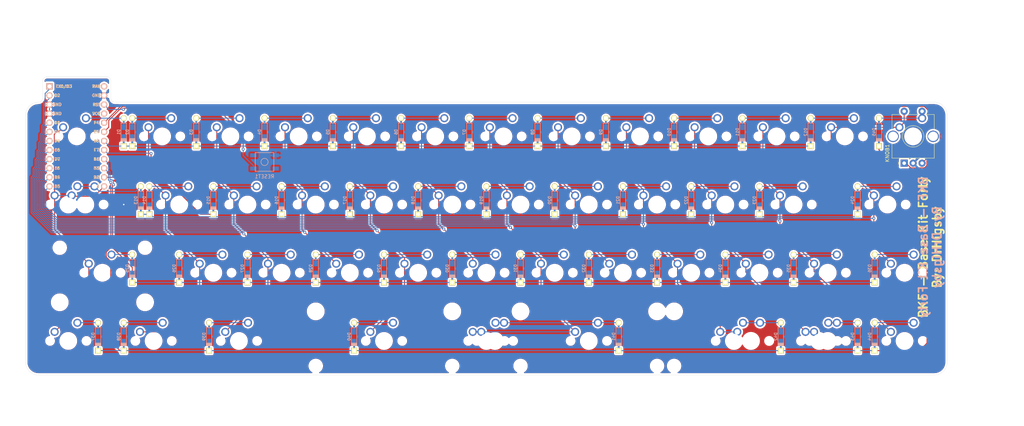
<source format=kicad_pcb>
(kicad_pcb (version 20171130) (host pcbnew "(5.1.9)-1")
  (layers (0 F.Cu signal) (31 B.Cu signal) (34 B.Paste user) (35 F.Paste user) (36 B.SilkS user) (37 F.SilkS user) (38 B.Mask user) (39 F.Mask user) (44 Edge.Cuts user))
  (net 0 "")
  (net 1 "Net-(D1-Pad2)")
  (net 2 "Net-(D2-Pad2)")
  (net 3 "Net-(D3-Pad2)")
  (net 4 "Net-(D4-Pad2)")
  (net 5 "Net-(D5-Pad2)")
  (net 6 "Net-(D6-Pad2)")
  (net 7 "Net-(D7-Pad2)")
  (net 8 "Net-(D8-Pad2)")
  (net 9 "Net-(D9-Pad2)")
  (net 10 "Net-(D10-Pad2)")
  (net 11 "Net-(D11-Pad2)")
  (net 12 "Net-(D12-Pad2)")
  (net 13 "Net-(D13-Pad2)")
  (net 14 "Net-(D14-Pad2)")
  (net 15 "Net-(D15-Pad2)")
  (net 16 "Net-(D16-Pad2)")
  (net 17 "Net-(D17-Pad2)")
  (net 18 "Net-(D18-Pad2)")
  (net 19 "Net-(D19-Pad2)")
  (net 20 "Net-(D20-Pad2)")
  (net 21 "Net-(D21-Pad2)")
  (net 22 "Net-(D22-Pad2)")
  (net 23 "Net-(D23-Pad2)")
  (net 24 "Net-(D24-Pad2)")
  (net 25 "Net-(D25-Pad2)")
  (net 26 "Net-(D26-Pad2)")
  (net 27 "Net-(D27-Pad2)")
  (net 28 "Net-(D28-Pad2)")
  (net 29 "Net-(D29-Pad2)")
  (net 30 "Net-(D30-Pad2)")
  (net 31 "Net-(D31-Pad2)")
  (net 32 "Net-(D32-Pad2)")
  (net 33 "Net-(D33-Pad2)")
  (net 34 "Net-(D34-Pad2)")
  (net 35 "Net-(D35-Pad2)")
  (net 36 "Net-(D36-Pad2)")
  (net 37 "Net-(D37-Pad2)")
  (net 38 "Net-(D38-Pad2)")
  (net 39 "Net-(D39-Pad2)")
  (net 40 "Net-(D40-Pad2)")
  (net 41 "Net-(D41-Pad2)")
  (net 42 "Net-(D42-Pad2)")
  (net 43 "Net-(D43-Pad2)")
  (net 44 "Net-(D44-Pad2)")
  (net 45 PM1)
  (net 46 GND)
  (net 47 PM2)
  (net 48 MTX1)
  (net 49 RST)
  (net 50 R1)
  (net 51 R2)
  (net 52 R3)
  (net 53 R4)
  (net 54 C12)
  (net 55 C1)
  (net 56 C2)
  (net 57 C3)
  (net 58 C4)
  (net 59 C5)
  (net 60 C6)
  (net 61 C7)
  (net 62 C8)
  (net 63 C9)
  (net 64 C10)
  (net 65 C11)
  (net 66 RAW)
  (net 67 VCC)
  (module keebio-parts:ArduinoProMicro (layer F.Cu) (at 57.15024 38.10016 270)
    (fp_text reference PM1 hide)
    (fp_text value ProMicro hide)
    (fp_text user RST (at -8.86 -5.6) (layer B.SilkS) (effects (font (size 0.8 0.8)) (justify mirror)))
    (fp_text user TX0/D3 (at -13.97 3.571872) (layer F.SilkS) (effects (font (size 0.8 0.8))))
    (fp_text user TX0/D3 (at -13.97 3.571872) (layer B.SilkS) (effects (font (size 0.8 0.8)) (justify mirror)))
    (fp_text user D2 (at -11.43 5.461) (layer F.SilkS) (effects (font (size 0.8 0.8))))
    (fp_text user D0 (at -1.27 5.461) (layer F.SilkS) (effects (font (size 0.8 0.8))))
    (fp_text user D1 (at -3.81 5.461) (layer F.SilkS) (effects (font (size 0.8 0.8))))
    (fp_text user GND (at -6.35 5.461) (layer F.SilkS) (effects (font (size 0.8 0.8))))
    (fp_text user GND (at -8.89 5.461) (layer F.SilkS) (effects (font (size 0.8 0.8))))
    (fp_text user D4 (at 1.27 5.461) (layer F.SilkS) (effects (font (size 0.8 0.8))))
    (fp_text user C6 (at 3.81 5.461) (layer F.SilkS) (effects (font (size 0.8 0.8))))
    (fp_text user D7 (at 6.35 5.461) (layer F.SilkS) (effects (font (size 0.8 0.8))))
    (fp_text user E6 (at 8.89 5.461) (layer F.SilkS) (effects (font (size 0.8 0.8))))
    (fp_text user B4 (at 11.43 5.461) (layer F.SilkS) (effects (font (size 0.8 0.8))))
    (fp_text user B5 (at 13.97 5.461) (layer F.SilkS) (effects (font (size 0.8 0.8))))
    (fp_text user B6 (at 13.97 -5.461) (layer F.SilkS) (effects (font (size 0.8 0.8))))
    (fp_text user B2 (at 11.43 -5.461) (layer B.SilkS) (effects (font (size 0.8 0.8)) (justify mirror)))
    (fp_text user B3 (at 8.89 -5.461) (layer F.SilkS) (effects (font (size 0.8 0.8))))
    (fp_text user B1 (at 6.35 -5.461) (layer F.SilkS) (effects (font (size 0.8 0.8))))
    (fp_text user F7 (at 3.81 -5.461) (layer B.SilkS) (effects (font (size 0.8 0.8)) (justify mirror)))
    (fp_text user F6 (at 1.27 -5.461) (layer B.SilkS) (effects (font (size 0.8 0.8)) (justify mirror)))
    (fp_text user F5 (at -1.27 -5.461) (layer B.SilkS) (effects (font (size 0.8 0.8)) (justify mirror)))
    (fp_text user F4 (at -3.81 -5.461) (layer F.SilkS) (effects (font (size 0.8 0.8))))
    (fp_text user VCC (at -6.35 -5.461) (layer F.SilkS) (effects (font (size 0.8 0.8))))
    (fp_text user RST (at -8.87 -5.52) (layer F.SilkS) (effects (font (size 0.8 0.8))))
    (fp_text user GND (at -11.43 -5.461) (layer F.SilkS) (effects (font (size 0.8 0.8))))
    (fp_text user RAW (at -13.97 -5.461) (layer F.SilkS) (effects (font (size 0.8 0.8))))
    (fp_text user RAW (at -13.97 -5.461) (layer B.SilkS) (effects (font (size 0.8 0.8)) (justify mirror)))
    (fp_text user GND (at -11.43 -5.461) (layer B.SilkS) (effects (font (size 0.8 0.8)) (justify mirror)))
    (fp_text user VCC (at -6.35 -5.461) (layer B.SilkS) (effects (font (size 0.8 0.8)) (justify mirror)))
    (fp_text user F4 (at -3.81 -5.461) (layer B.SilkS) (effects (font (size 0.8 0.8)) (justify mirror)))
    (fp_text user F5 (at -1.27 -5.461) (layer F.SilkS) (effects (font (size 0.8 0.8))))
    (fp_text user F6 (at 1.27 -5.461) (layer F.SilkS) (effects (font (size 0.8 0.8))))
    (fp_text user F7 (at 3.81 -5.461) (layer F.SilkS) (effects (font (size 0.8 0.8))))
    (fp_text user B1 (at 6.35 -5.461) (layer B.SilkS) (effects (font (size 0.8 0.8)) (justify mirror)))
    (fp_text user B3 (at 8.89 -5.461) (layer B.SilkS) (effects (font (size 0.8 0.8)) (justify mirror)))
    (fp_text user B2 (at 11.43 -5.461) (layer F.SilkS) (effects (font (size 0.8 0.8))))
    (fp_text user B6 (at 13.97 -5.461) (layer B.SilkS) (effects (font (size 0.8 0.8)) (justify mirror)))
    (fp_text user B5 (at 13.97 5.461) (layer B.SilkS) (effects (font (size 0.8 0.8)) (justify mirror)))
    (fp_text user B4 (at 11.43 5.461) (layer B.SilkS) (effects (font (size 0.8 0.8)) (justify mirror)))
    (fp_text user E6 (at 8.89 5.461) (layer B.SilkS) (effects (font (size 0.8 0.8)) (justify mirror)))
    (fp_text user D7 (at 6.35 5.461) (layer B.SilkS) (effects (font (size 0.8 0.8)) (justify mirror)))
    (fp_text user C6 (at 3.81 5.461) (layer B.SilkS) (effects (font (size 0.8 0.8)) (justify mirror)))
    (fp_text user D4 (at 1.27 5.461) (layer B.SilkS) (effects (font (size 0.8 0.8)) (justify mirror)))
    (fp_text user GND (at -8.89 5.461) (layer B.SilkS) (effects (font (size 0.8 0.8)) (justify mirror)))
    (fp_text user GND (at -6.35 5.461) (layer B.SilkS) (effects (font (size 0.8 0.8)) (justify mirror)))
    (fp_text user D1 (at -3.81 5.461) (layer B.SilkS) (effects (font (size 0.8 0.8)) (justify mirror)))
    (fp_text user D0 (at -1.27 5.461) (layer B.SilkS) (effects (font (size 0.8 0.8)) (justify mirror)))
    (fp_text user D2 (at -11.43 5.461) (layer B.SilkS) (effects (font (size 0.8 0.8)) (justify mirror)))
    (pad 24 thru_hole circle (at -13.97 -7.62 270) (size 1.7526 1.7526) (drill 1.0922) (layers *.Cu *.SilkS *.Mask) (net 66 RAW))
    (pad 12 thru_hole circle (at 13.97 7.62 270) (size 1.7526 1.7526) (drill 1.0922) (layers *.Cu *.SilkS *.Mask) (net 54 C12))
    (pad 23 thru_hole circle (at -11.43 -7.62 270) (size 1.7526 1.7526) (drill 1.0922) (layers *.Cu *.SilkS *.Mask) (net 46 GND))
    (pad 22 thru_hole circle (at -8.89 -7.62 270) (size 1.7526 1.7526) (drill 1.0922) (layers *.Cu *.SilkS *.Mask) (net 49 RST))
    (pad 21 thru_hole circle (at -6.35 -7.62 270) (size 1.7526 1.7526) (drill 1.0922) (layers *.Cu *.SilkS *.Mask) (net 67 VCC))
    (pad 20 thru_hole circle (at -3.81 -7.62 270) (size 1.7526 1.7526) (drill 1.0922) (layers *.Cu *.SilkS *.Mask) (net 45 PM1))
    (pad 19 thru_hole circle (at -1.27 -7.62 270) (size 1.7526 1.7526) (drill 1.0922) (layers *.Cu *.SilkS *.Mask) (net 47 PM2))
    (pad 18 thru_hole circle (at 1.27 -7.62 270) (size 1.7526 1.7526) (drill 1.0922) (layers *.Cu *.SilkS *.Mask) (net 50 R1))
    (pad 17 thru_hole circle (at 3.81 -7.62 270) (size 1.7526 1.7526) (drill 1.0922) (layers *.Cu *.SilkS *.Mask) (net 51 R2))
    (pad 16 thru_hole circle (at 6.35 -7.62 270) (size 1.7526 1.7526) (drill 1.0922) (layers *.Cu *.SilkS *.Mask) (net 52 R3))
    (pad 15 thru_hole circle (at 8.89 -7.62 270) (size 1.7526 1.7526) (drill 1.0922) (layers *.Cu *.SilkS *.Mask) (net 53 R4))
    (pad 14 thru_hole circle (at 11.43 -7.62 270) (size 1.7526 1.7526) (drill 1.0922) (layers *.Cu *.SilkS *.Mask) (net 56 C2))
    (pad 13 thru_hole circle (at 13.97 -7.62 270) (size 1.7526 1.7526) (drill 1.0922) (layers *.Cu *.SilkS *.Mask) (net 55 C1))
    (pad 11 thru_hole circle (at 11.43 7.62 270) (size 1.7526 1.7526) (drill 1.0922) (layers *.Cu *.SilkS *.Mask) (net 65 C11))
    (pad 10 thru_hole circle (at 8.89 7.62 270) (size 1.7526 1.7526) (drill 1.0922) (layers *.Cu *.SilkS *.Mask) (net 64 C10))
    (pad 9 thru_hole circle (at 6.35 7.62 270) (size 1.7526 1.7526) (drill 1.0922) (layers *.Cu *.SilkS *.Mask) (net 63 C9))
    (pad 8 thru_hole circle (at 3.81 7.62 270) (size 1.7526 1.7526) (drill 1.0922) (layers *.Cu *.SilkS *.Mask) (net 62 C8))
    (pad 7 thru_hole circle (at 1.27 7.62 270) (size 1.7526 1.7526) (drill 1.0922) (layers *.Cu *.SilkS *.Mask) (net 61 C7))
    (pad 6 thru_hole circle (at -1.27 7.62 270) (size 1.7526 1.7526) (drill 1.0922) (layers *.Cu *.SilkS *.Mask) (net 60 C6))
    (pad 5 thru_hole circle (at -3.81 7.62 270) (size 1.7526 1.7526) (drill 1.0922) (layers *.Cu *.SilkS *.Mask) (net 59 C5))
    (pad 4 thru_hole circle (at -6.35 7.62 270) (size 1.7526 1.7526) (drill 1.0922) (layers *.Cu *.SilkS *.Mask) (net 46 GND))
    (pad 3 thru_hole circle (at -8.89 7.62 270) (size 1.7526 1.7526) (drill 1.0922) (layers *.Cu *.SilkS *.Mask) (net 46 GND))
    (pad 2 thru_hole circle (at -11.43 7.62 270) (size 1.7526 1.7526) (drill 1.0922) (layers *.Cu *.SilkS *.Mask) (net 58 C4))
    (pad 1 thru_hole rect (at -13.97 7.62 270) (size 1.7526 1.7526) (drill 1.0922) (layers *.Cu *.SilkS *.Mask) (net 57 C3))
  )
  (module MX_Only:MXOnly-1U-NoLED (layer F.Cu) (at 266.70112 95.2504)
    (fp_text reference MX43a1)
    (fp_text value MX-NoLED)
    (pad 2 thru_hole circle (at 2.54 -5.08) (size 2.25 2.25) (drill 1.47) (layers *.Cu B.Mask) (net 43 "Net-(D43-Pad2)"))
    (pad "" np_thru_hole circle (at 0 0) (size 3.9878 3.9878) (drill 3.9878) (layers *.Cu *.Mask))
    (pad 1 thru_hole circle (at -3.81 -2.54) (size 2.25 2.25) (drill 1.47) (layers *.Cu B.Mask) (net 64 C10))
    (pad "" np_thru_hole circle (at -5.08 0 48.0996) (size 1.75 1.75) (drill 1.75) (layers *.Cu *.Mask))
    (pad "" np_thru_hole circle (at 5.08 0 48.0996) (size 1.75 1.75) (drill 1.75) (layers *.Cu *.Mask))
  )
  (module MX_Only:MXOnly-1.25U-NoLED (layer F.Cu) (at 245.26978 95.2504)
    (fp_text reference MX42a1)
    (fp_text value MX-NoLED)
    (pad 2 thru_hole circle (at 2.54 -5.08) (size 2.25 2.25) (drill 1.47) (layers *.Cu B.Mask) (net 42 "Net-(D42-Pad2)"))
    (pad "" np_thru_hole circle (at 0 0) (size 3.9878 3.9878) (drill 3.9878) (layers *.Cu *.Mask))
    (pad 1 thru_hole circle (at -3.81 -2.54) (size 2.25 2.25) (drill 1.47) (layers *.Cu B.Mask) (net 63 C9))
    (pad "" np_thru_hole circle (at -5.08 0 48.0996) (size 1.75 1.75) (drill 1.75) (layers *.Cu *.Mask))
    (pad "" np_thru_hole circle (at 5.08 0 48.0996) (size 1.75 1.75) (drill 1.75) (layers *.Cu *.Mask))
  )
  (module MX_Only:MXOnly-6.25U-ReversedStabilizers-NoLED (layer F.Cu) (at 173.83198 95.2504)
    (fp_text reference MX41b1)
    (fp_text value MX-NoLED)
    (pad 2 thru_hole circle (at 2.54 -5.08) (size 2.25 2.25) (drill 1.47) (layers *.Cu B.Mask) (net 41 "Net-(D41-Pad2)"))
    (pad "" np_thru_hole circle (at 0 0) (size 3.9878 3.9878) (drill 3.9878) (layers *.Cu *.Mask))
    (pad 1 thru_hole circle (at -3.81 -2.54) (size 2.25 2.25) (drill 1.47) (layers *.Cu B.Mask) (net 61 C7))
    (pad "" np_thru_hole circle (at -5.08 0 48.0996) (size 1.75 1.75) (drill 1.75) (layers *.Cu *.Mask))
    (pad "" np_thru_hole circle (at 5.08 0 48.0996) (size 1.75 1.75) (drill 1.75) (layers *.Cu *.Mask))
    (pad "" np_thru_hole circle (at -49.9999 6.985) (size 3.048 3.048) (drill 3.048) (layers *.Cu *.Mask))
    (pad "" np_thru_hole circle (at 49.9999 6.985) (size 3.048 3.048) (drill 3.048) (layers *.Cu *.Mask))
    (pad "" np_thru_hole circle (at -49.9999 -8.255) (size 3.9878 3.9878) (drill 3.9878) (layers *.Cu *.Mask))
    (pad "" np_thru_hole circle (at 49.9999 -8.255) (size 3.9878 3.9878) (drill 3.9878) (layers *.Cu *.Mask))
  )
  (module MX_Only:MXOnly-6U-Centered-ReversedStabilizers-NoLED (layer F.Cu) (at 171.45072 95.2504)
    (fp_text reference MX41a1)
    (fp_text value MX-NoLED)
    (pad "" np_thru_hole circle (at 47.625 -8.255) (size 3.9878 3.9878) (drill 3.9878) (layers *.Cu *.Mask))
    (pad "" np_thru_hole circle (at -47.625 -8.255) (size 3.9878 3.9878) (drill 3.9878) (layers *.Cu *.Mask))
    (pad "" np_thru_hole circle (at 47.625 6.985) (size 3.048 3.048) (drill 3.048) (layers *.Cu *.Mask))
    (pad "" np_thru_hole circle (at -47.625 6.985) (size 3.048 3.048) (drill 3.048) (layers *.Cu *.Mask))
    (pad "" np_thru_hole circle (at 5.08 0 48.0996) (size 1.75 1.75) (drill 1.75) (layers *.Cu *.Mask))
    (pad "" np_thru_hole circle (at -5.08 0 48.0996) (size 1.75 1.75) (drill 1.75) (layers *.Cu *.Mask))
    (pad 1 thru_hole circle (at -3.81 -2.54) (size 2.25 2.25) (drill 1.47) (layers *.Cu B.Mask) (net 61 C7))
    (pad "" np_thru_hole circle (at 0 0) (size 3.9878 3.9878) (drill 3.9878) (layers *.Cu *.Mask))
    (pad 2 thru_hole circle (at 2.54 -5.08) (size 2.25 2.25) (drill 1.47) (layers *.Cu B.Mask) (net 41 "Net-(D41-Pad2)"))
  )
  (module MX_Only:MXOnly-1.25U-NoLED (layer F.Cu) (at 54.76898 57.15024)
    (fp_text reference M13a1)
    (fp_text value MX-NoLED)
    (pad 2 thru_hole circle (at 2.54 -5.08) (size 2.25 2.25) (drill 1.47) (layers *.Cu B.Mask) (net 13 "Net-(D13-Pad2)"))
    (pad "" np_thru_hole circle (at 0 0) (size 3.9878 3.9878) (drill 3.9878) (layers *.Cu *.Mask))
    (pad 1 thru_hole circle (at -3.81 -2.54) (size 2.25 2.25) (drill 1.47) (layers *.Cu B.Mask) (net 55 C1))
    (pad "" np_thru_hole circle (at -5.08 0 48.0996) (size 1.75 1.75) (drill 1.75) (layers *.Cu *.Mask))
    (pad "" np_thru_hole circle (at 5.08 0 48.0996) (size 1.75 1.75) (drill 1.75) (layers *.Cu *.Mask))
  )
  (module Rotary_Encoder:RotaryEncoder_Alps_EC11E-Switch_Vertical_H20mm_CircularMountingHoles (layer F.Cu) (at 290.51372 38.10016 90)
    (fp_text reference KNOB1 (at -4.68792 -7.18412 90) (layer F.SilkS))
    (fp_text value Rotary_Encoder_Switch)
    (pad A thru_hole rect (at -7.48792 -2.48412 90) (size 2 2) (drill 1) (layers *.Cu *.Mask) (net 45 PM1))
    (pad C thru_hole circle (at -7.48792 0.01588 90) (size 2 2) (drill 1) (layers *.Cu *.Mask) (net 46 GND))
    (pad B thru_hole circle (at -7.48792 2.51588 90) (size 2 2) (drill 1) (layers *.Cu *.Mask) (net 47 PM2))
    (pad MP thru_hole circle (at 0.01208 -5.58412 90) (size 3.2 3.2) (drill 2.6) (layers *.Cu *.Mask))
    (pad MP thru_hole circle (at 0.01208 5.61588 90) (size 3.2 3.2) (drill 2.6) (layers *.Cu *.Mask))
    (pad S2 thru_hole circle (at 7.01208 -2.48412 90) (size 2 2) (drill 1) (layers *.Cu *.Mask) (net 54 C12))
    (pad S1 thru_hole circle (at 7.01208 2.51588 90) (size 2 2) (drill 1) (layers *.Cu *.Mask) (net 48 MTX1))
  )
  (module random-keyboard-parts:SKQG-1155865 (layer B.Cu) (at 109.53796 45.24394 180)
    (fp_text reference RESET1 (at 0 -4.064) (layer B.SilkS) (effects (justify mirror)))
    (fp_text value SW_Push)
    (pad 4 smd rect (at -3.1 -1.85 180) (size 1.8 1.1) (layers B.Cu B.Paste B.Mask))
    (pad 3 smd rect (at 3.1 1.85 180) (size 1.8 1.1) (layers B.Cu B.Paste B.Mask))
    (pad 2 smd rect (at -3.1 1.85 180) (size 1.8 1.1) (layers B.Cu B.Paste B.Mask) (net 46 GND))
    (pad 1 smd rect (at 3.1 -1.85 180) (size 1.8 1.1) (layers B.Cu B.Paste B.Mask) (net 49 RST))
  )
  (module MX_Only:MXOnly-1U-NoLED (layer F.Cu) (at 290.51372 38.10016)
    (fp_text reference MX45)
    (fp_text value MX-NoLED)
    (pad 2 thru_hole circle (at 2.54 -5.08) (size 2.25 2.25) (drill 1.47) (layers *.Cu B.Mask) (net 48 MTX1))
    (pad "" np_thru_hole circle (at 0 0) (size 3.9878 3.9878) (drill 3.9878) (layers *.Cu *.Mask))
    (pad 1 thru_hole circle (at -3.81 -2.54) (size 2.25 2.25) (drill 1.47) (layers *.Cu B.Mask) (net 54 C12))
    (pad "" np_thru_hole circle (at -5.08 0 48.0996) (size 1.75 1.75) (drill 1.75) (layers *.Cu *.Mask))
    (pad "" np_thru_hole circle (at 5.08 0 48.0996) (size 1.75 1.75) (drill 1.75) (layers *.Cu *.Mask))
  )
  (module MX_Only:MXOnly-1.25U-NoLED (layer F.Cu) (at 288.13246 95.2504)
    (fp_text reference MX44)
    (fp_text value MX-NoLED)
    (pad 2 thru_hole circle (at 2.54 -5.08) (size 2.25 2.25) (drill 1.47) (layers *.Cu B.Mask) (net 44 "Net-(D44-Pad2)"))
    (pad "" np_thru_hole circle (at 0 0) (size 3.9878 3.9878) (drill 3.9878) (layers *.Cu *.Mask))
    (pad 1 thru_hole circle (at -3.81 -2.54) (size 2.25 2.25) (drill 1.47) (layers *.Cu B.Mask) (net 65 C11))
    (pad "" np_thru_hole circle (at -5.08 0 48.0996) (size 1.75 1.75) (drill 1.75) (layers *.Cu *.Mask))
    (pad "" np_thru_hole circle (at 5.08 0 48.0996) (size 1.75 1.75) (drill 1.75) (layers *.Cu *.Mask))
  )
  (module MX_Only:MXOnly-1.25U-NoLED (layer F.Cu) (at 264.31986 95.2504)
    (fp_text reference MX43)
    (fp_text value MX-NoLED)
    (pad 2 thru_hole circle (at 2.54 -5.08) (size 2.25 2.25) (drill 1.47) (layers *.Cu B.Mask) (net 43 "Net-(D43-Pad2)"))
    (pad "" np_thru_hole circle (at 0 0) (size 3.9878 3.9878) (drill 3.9878) (layers *.Cu *.Mask))
    (pad 1 thru_hole circle (at -3.81 -2.54) (size 2.25 2.25) (drill 1.47) (layers *.Cu B.Mask) (net 64 C10))
    (pad "" np_thru_hole circle (at -5.08 0 48.0996) (size 1.75 1.75) (drill 1.75) (layers *.Cu *.Mask))
    (pad "" np_thru_hole circle (at 5.08 0 48.0996) (size 1.75 1.75) (drill 1.75) (layers *.Cu *.Mask))
  )
  (module MX_Only:MXOnly-1.25U-NoLED (layer F.Cu) (at 240.50726 95.2504)
    (fp_text reference MX42)
    (fp_text value MX-NoLED)
    (pad 2 thru_hole circle (at 2.54 -5.08) (size 2.25 2.25) (drill 1.47) (layers *.Cu B.Mask) (net 42 "Net-(D42-Pad2)"))
    (pad "" np_thru_hole circle (at 0 0) (size 3.9878 3.9878) (drill 3.9878) (layers *.Cu *.Mask))
    (pad 1 thru_hole circle (at -3.81 -2.54) (size 2.25 2.25) (drill 1.47) (layers *.Cu B.Mask) (net 63 C9))
    (pad "" np_thru_hole circle (at -5.08 0 48.0996) (size 1.75 1.75) (drill 1.75) (layers *.Cu *.Mask))
    (pad "" np_thru_hole circle (at 5.08 0 48.0996) (size 1.75 1.75) (drill 1.75) (layers *.Cu *.Mask))
  )
  (module MX_Only:MXOnly-3U-ReversedStabilizers-NoLED (layer F.Cu) (at 200.02584 95.2504)
    (fp_text reference MX41)
    (fp_text value MX-NoLED)
    (pad 2 thru_hole circle (at 2.54 -5.08) (size 2.25 2.25) (drill 1.47) (layers *.Cu B.Mask) (net 41 "Net-(D41-Pad2)"))
    (pad 1 thru_hole circle (at -3.81 -2.54 48.1) (size 2.25 2.25) (drill 1.47) (layers *.Cu B.Mask) (net 61 C7))
    (pad "" np_thru_hole circle (at 0 0) (size 3.9878 3.9878) (drill 3.9878) (layers *.Cu *.Mask))
    (pad "" np_thru_hole circle (at -5.08 0 48.0996) (size 1.75 1.75) (drill 1.75) (layers *.Cu *.Mask))
    (pad "" np_thru_hole circle (at 5.08 0 48.0996) (size 1.75 1.75) (drill 1.75) (layers *.Cu *.Mask))
    (pad "" np_thru_hole circle (at -19.05 6.985) (size 3.048 3.048) (drill 3.048) (layers *.Cu *.Mask))
    (pad "" np_thru_hole circle (at 19.05 6.985) (size 3.048 3.048) (drill 3.048) (layers *.Cu *.Mask))
    (pad "" np_thru_hole circle (at -19.05 -8.255) (size 3.9878 3.9878) (drill 3.9878) (layers *.Cu *.Mask))
    (pad "" np_thru_hole circle (at 19.05 -8.255) (size 3.9878 3.9878) (drill 3.9878) (layers *.Cu *.Mask))
  )
  (module MX_Only:MXOnly-3U-ReversedStabilizers-NoLED (layer F.Cu) (at 142.8756 95.2504)
    (fp_text reference MX40)
    (fp_text value MX-NoLED)
    (pad 2 thru_hole circle (at 2.54 -5.08) (size 2.25 2.25) (drill 1.47) (layers *.Cu B.Mask) (net 40 "Net-(D40-Pad2)"))
    (pad 1 thru_hole circle (at -3.81 -2.54 48.1) (size 2.25 2.25) (drill 1.47) (layers *.Cu B.Mask) (net 59 C5))
    (pad "" np_thru_hole circle (at 0 0) (size 3.9878 3.9878) (drill 3.9878) (layers *.Cu *.Mask))
    (pad "" np_thru_hole circle (at -5.08 0 48.0996) (size 1.75 1.75) (drill 1.75) (layers *.Cu *.Mask))
    (pad "" np_thru_hole circle (at 5.08 0 48.0996) (size 1.75 1.75) (drill 1.75) (layers *.Cu *.Mask))
    (pad "" np_thru_hole circle (at -19.05 6.985) (size 3.048 3.048) (drill 3.048) (layers *.Cu *.Mask))
    (pad "" np_thru_hole circle (at 19.05 6.985) (size 3.048 3.048) (drill 3.048) (layers *.Cu *.Mask))
    (pad "" np_thru_hole circle (at -19.05 -8.255) (size 3.9878 3.9878) (drill 3.9878) (layers *.Cu *.Mask))
    (pad "" np_thru_hole circle (at 19.05 -8.255) (size 3.9878 3.9878) (drill 3.9878) (layers *.Cu *.Mask))
  )
  (module MX_Only:MXOnly-1.25U-NoLED (layer F.Cu) (at 102.39418 95.2504)
    (fp_text reference MX39)
    (fp_text value MX-NoLED)
    (pad 2 thru_hole circle (at 2.54 -5.08) (size 2.25 2.25) (drill 1.47) (layers *.Cu B.Mask) (net 39 "Net-(D39-Pad2)"))
    (pad "" np_thru_hole circle (at 0 0) (size 3.9878 3.9878) (drill 3.9878) (layers *.Cu *.Mask))
    (pad 1 thru_hole circle (at -3.81 -2.54) (size 2.25 2.25) (drill 1.47) (layers *.Cu B.Mask) (net 57 C3))
    (pad "" np_thru_hole circle (at -5.08 0 48.0996) (size 1.75 1.75) (drill 1.75) (layers *.Cu *.Mask))
    (pad "" np_thru_hole circle (at 5.08 0 48.0996) (size 1.75 1.75) (drill 1.75) (layers *.Cu *.Mask))
  )
  (module MX_Only:MXOnly-1.25U-NoLED (layer F.Cu) (at 78.58158 95.2504)
    (fp_text reference MX38)
    (fp_text value MX-NoLED)
    (pad 2 thru_hole circle (at 2.54 -5.08) (size 2.25 2.25) (drill 1.47) (layers *.Cu B.Mask) (net 38 "Net-(D38-Pad2)"))
    (pad "" np_thru_hole circle (at 0 0) (size 3.9878 3.9878) (drill 3.9878) (layers *.Cu *.Mask))
    (pad 1 thru_hole circle (at -3.81 -2.54) (size 2.25 2.25) (drill 1.47) (layers *.Cu B.Mask) (net 56 C2))
    (pad "" np_thru_hole circle (at -5.08 0 48.0996) (size 1.75 1.75) (drill 1.75) (layers *.Cu *.Mask))
    (pad "" np_thru_hole circle (at 5.08 0 48.0996) (size 1.75 1.75) (drill 1.75) (layers *.Cu *.Mask))
  )
  (module MX_Only:MXOnly-1.25U-NoLED (layer F.Cu) (at 54.76898 95.2504)
    (fp_text reference MX37)
    (fp_text value MX-NoLED)
    (pad 2 thru_hole circle (at 2.54 -5.08) (size 2.25 2.25) (drill 1.47) (layers *.Cu B.Mask) (net 37 "Net-(D37-Pad2)"))
    (pad "" np_thru_hole circle (at 0 0) (size 3.9878 3.9878) (drill 3.9878) (layers *.Cu *.Mask))
    (pad 1 thru_hole circle (at -3.81 -2.54) (size 2.25 2.25) (drill 1.47) (layers *.Cu B.Mask) (net 55 C1))
    (pad "" np_thru_hole circle (at -5.08 0 48.0996) (size 1.75 1.75) (drill 1.75) (layers *.Cu *.Mask))
    (pad "" np_thru_hole circle (at 5.08 0 48.0996) (size 1.75 1.75) (drill 1.75) (layers *.Cu *.Mask))
  )
  (module MX_Only:MXOnly-1.25U-NoLED (layer F.Cu) (at 288.13246 76.20032)
    (fp_text reference MX36)
    (fp_text value MX-NoLED)
    (pad 2 thru_hole circle (at 2.54 -5.08) (size 2.25 2.25) (drill 1.47) (layers *.Cu B.Mask) (net 36 "Net-(D36-Pad2)"))
    (pad "" np_thru_hole circle (at 0 0) (size 3.9878 3.9878) (drill 3.9878) (layers *.Cu *.Mask))
    (pad 1 thru_hole circle (at -3.81 -2.54) (size 2.25 2.25) (drill 1.47) (layers *.Cu B.Mask) (net 54 C12))
    (pad "" np_thru_hole circle (at -5.08 0 48.0996) (size 1.75 1.75) (drill 1.75) (layers *.Cu *.Mask))
    (pad "" np_thru_hole circle (at 5.08 0 48.0996) (size 1.75 1.75) (drill 1.75) (layers *.Cu *.Mask))
  )
  (module MX_Only:MXOnly-1U-NoLED (layer F.Cu) (at 266.70112 76.20032)
    (fp_text reference MX35)
    (fp_text value MX-NoLED)
    (pad 2 thru_hole circle (at 2.54 -5.08) (size 2.25 2.25) (drill 1.47) (layers *.Cu B.Mask) (net 35 "Net-(D35-Pad2)"))
    (pad "" np_thru_hole circle (at 0 0) (size 3.9878 3.9878) (drill 3.9878) (layers *.Cu *.Mask))
    (pad 1 thru_hole circle (at -3.81 -2.54) (size 2.25 2.25) (drill 1.47) (layers *.Cu B.Mask) (net 65 C11))
    (pad "" np_thru_hole circle (at -5.08 0 48.0996) (size 1.75 1.75) (drill 1.75) (layers *.Cu *.Mask))
    (pad "" np_thru_hole circle (at 5.08 0 48.0996) (size 1.75 1.75) (drill 1.75) (layers *.Cu *.Mask))
  )
  (module MX_Only:MXOnly-1U-NoLED (layer F.Cu) (at 247.65104 76.20032)
    (fp_text reference MX34)
    (fp_text value MX-NoLED)
    (pad 2 thru_hole circle (at 2.54 -5.08) (size 2.25 2.25) (drill 1.47) (layers *.Cu B.Mask) (net 34 "Net-(D34-Pad2)"))
    (pad "" np_thru_hole circle (at 0 0) (size 3.9878 3.9878) (drill 3.9878) (layers *.Cu *.Mask))
    (pad 1 thru_hole circle (at -3.81 -2.54) (size 2.25 2.25) (drill 1.47) (layers *.Cu B.Mask) (net 64 C10))
    (pad "" np_thru_hole circle (at -5.08 0 48.0996) (size 1.75 1.75) (drill 1.75) (layers *.Cu *.Mask))
    (pad "" np_thru_hole circle (at 5.08 0 48.0996) (size 1.75 1.75) (drill 1.75) (layers *.Cu *.Mask))
  )
  (module MX_Only:MXOnly-1U-NoLED (layer F.Cu) (at 228.60096 76.20032)
    (fp_text reference MX33)
    (fp_text value MX-NoLED)
    (pad 2 thru_hole circle (at 2.54 -5.08) (size 2.25 2.25) (drill 1.47) (layers *.Cu B.Mask) (net 33 "Net-(D33-Pad2)"))
    (pad "" np_thru_hole circle (at 0 0) (size 3.9878 3.9878) (drill 3.9878) (layers *.Cu *.Mask))
    (pad 1 thru_hole circle (at -3.81 -2.54) (size 2.25 2.25) (drill 1.47) (layers *.Cu B.Mask) (net 63 C9))
    (pad "" np_thru_hole circle (at -5.08 0 48.0996) (size 1.75 1.75) (drill 1.75) (layers *.Cu *.Mask))
    (pad "" np_thru_hole circle (at 5.08 0 48.0996) (size 1.75 1.75) (drill 1.75) (layers *.Cu *.Mask))
  )
  (module MX_Only:MXOnly-1U-NoLED (layer F.Cu) (at 209.55088 76.20032)
    (fp_text reference MX32)
    (fp_text value MX-NoLED)
    (pad 2 thru_hole circle (at 2.54 -5.08) (size 2.25 2.25) (drill 1.47) (layers *.Cu B.Mask) (net 32 "Net-(D32-Pad2)"))
    (pad "" np_thru_hole circle (at 0 0) (size 3.9878 3.9878) (drill 3.9878) (layers *.Cu *.Mask))
    (pad 1 thru_hole circle (at -3.81 -2.54) (size 2.25 2.25) (drill 1.47) (layers *.Cu B.Mask) (net 62 C8))
    (pad "" np_thru_hole circle (at -5.08 0 48.0996) (size 1.75 1.75) (drill 1.75) (layers *.Cu *.Mask))
    (pad "" np_thru_hole circle (at 5.08 0 48.0996) (size 1.75 1.75) (drill 1.75) (layers *.Cu *.Mask))
  )
  (module MX_Only:MXOnly-1U-NoLED (layer F.Cu) (at 190.5008 76.20032)
    (fp_text reference MX31)
    (fp_text value MX-NoLED)
    (pad 2 thru_hole circle (at 2.54 -5.08) (size 2.25 2.25) (drill 1.47) (layers *.Cu B.Mask) (net 31 "Net-(D31-Pad2)"))
    (pad "" np_thru_hole circle (at 0 0) (size 3.9878 3.9878) (drill 3.9878) (layers *.Cu *.Mask))
    (pad 1 thru_hole circle (at -3.81 -2.54) (size 2.25 2.25) (drill 1.47) (layers *.Cu B.Mask) (net 61 C7))
    (pad "" np_thru_hole circle (at -5.08 0 48.0996) (size 1.75 1.75) (drill 1.75) (layers *.Cu *.Mask))
    (pad "" np_thru_hole circle (at 5.08 0 48.0996) (size 1.75 1.75) (drill 1.75) (layers *.Cu *.Mask))
  )
  (module MX_Only:MXOnly-1U-NoLED (layer F.Cu) (at 171.45072 76.20032)
    (fp_text reference MX30)
    (fp_text value MX-NoLED)
    (pad 2 thru_hole circle (at 2.54 -5.08) (size 2.25 2.25) (drill 1.47) (layers *.Cu B.Mask) (net 30 "Net-(D30-Pad2)"))
    (pad "" np_thru_hole circle (at 0 0) (size 3.9878 3.9878) (drill 3.9878) (layers *.Cu *.Mask))
    (pad 1 thru_hole circle (at -3.81 -2.54) (size 2.25 2.25) (drill 1.47) (layers *.Cu B.Mask) (net 60 C6))
    (pad "" np_thru_hole circle (at -5.08 0 48.0996) (size 1.75 1.75) (drill 1.75) (layers *.Cu *.Mask))
    (pad "" np_thru_hole circle (at 5.08 0 48.0996) (size 1.75 1.75) (drill 1.75) (layers *.Cu *.Mask))
  )
  (module MX_Only:MXOnly-1U-NoLED (layer F.Cu) (at 152.40064 76.20032)
    (fp_text reference MX29)
    (fp_text value MX-NoLED)
    (pad 2 thru_hole circle (at 2.54 -5.08) (size 2.25 2.25) (drill 1.47) (layers *.Cu B.Mask) (net 29 "Net-(D29-Pad2)"))
    (pad "" np_thru_hole circle (at 0 0) (size 3.9878 3.9878) (drill 3.9878) (layers *.Cu *.Mask))
    (pad 1 thru_hole circle (at -3.81 -2.54) (size 2.25 2.25) (drill 1.47) (layers *.Cu B.Mask) (net 59 C5))
    (pad "" np_thru_hole circle (at -5.08 0 48.0996) (size 1.75 1.75) (drill 1.75) (layers *.Cu *.Mask))
    (pad "" np_thru_hole circle (at 5.08 0 48.0996) (size 1.75 1.75) (drill 1.75) (layers *.Cu *.Mask))
  )
  (module MX_Only:MXOnly-1U-NoLED (layer F.Cu) (at 133.35056 76.20032)
    (fp_text reference MX28)
    (fp_text value MX-NoLED)
    (pad 2 thru_hole circle (at 2.54 -5.08) (size 2.25 2.25) (drill 1.47) (layers *.Cu B.Mask) (net 28 "Net-(D28-Pad2)"))
    (pad "" np_thru_hole circle (at 0 0) (size 3.9878 3.9878) (drill 3.9878) (layers *.Cu *.Mask))
    (pad 1 thru_hole circle (at -3.81 -2.54) (size 2.25 2.25) (drill 1.47) (layers *.Cu B.Mask) (net 58 C4))
    (pad "" np_thru_hole circle (at -5.08 0 48.0996) (size 1.75 1.75) (drill 1.75) (layers *.Cu *.Mask))
    (pad "" np_thru_hole circle (at 5.08 0 48.0996) (size 1.75 1.75) (drill 1.75) (layers *.Cu *.Mask))
  )
  (module MX_Only:MXOnly-1U-NoLED (layer F.Cu) (at 114.30048 76.20032)
    (fp_text reference MX27)
    (fp_text value MX-NoLED)
    (pad 2 thru_hole circle (at 2.54 -5.08) (size 2.25 2.25) (drill 1.47) (layers *.Cu B.Mask) (net 27 "Net-(D27-Pad2)"))
    (pad "" np_thru_hole circle (at 0 0) (size 3.9878 3.9878) (drill 3.9878) (layers *.Cu *.Mask))
    (pad 1 thru_hole circle (at -3.81 -2.54) (size 2.25 2.25) (drill 1.47) (layers *.Cu B.Mask) (net 57 C3))
    (pad "" np_thru_hole circle (at -5.08 0 48.0996) (size 1.75 1.75) (drill 1.75) (layers *.Cu *.Mask))
    (pad "" np_thru_hole circle (at 5.08 0 48.0996) (size 1.75 1.75) (drill 1.75) (layers *.Cu *.Mask))
  )
  (module MX_Only:MXOnly-1U-NoLED (layer F.Cu) (at 95.2504 76.20032)
    (fp_text reference MX26)
    (fp_text value MX-NoLED)
    (pad 2 thru_hole circle (at 2.54 -5.08) (size 2.25 2.25) (drill 1.47) (layers *.Cu B.Mask) (net 26 "Net-(D26-Pad2)"))
    (pad "" np_thru_hole circle (at 0 0) (size 3.9878 3.9878) (drill 3.9878) (layers *.Cu *.Mask))
    (pad 1 thru_hole circle (at -3.81 -2.54) (size 2.25 2.25) (drill 1.47) (layers *.Cu B.Mask) (net 56 C2))
    (pad "" np_thru_hole circle (at -5.08 0 48.0996) (size 1.75 1.75) (drill 1.75) (layers *.Cu *.Mask))
    (pad "" np_thru_hole circle (at 5.08 0 48.0996) (size 1.75 1.75) (drill 1.75) (layers *.Cu *.Mask))
  )
  (module MX_Only:MXOnly-2.25U-NoLED (layer F.Cu) (at 64.29402 76.20032)
    (fp_text reference MX25)
    (fp_text value MX-NoLED)
    (pad 2 thru_hole circle (at 2.54 -5.08) (size 2.25 2.25) (drill 1.47) (layers *.Cu B.Mask) (net 25 "Net-(D25-Pad2)"))
    (pad "" np_thru_hole circle (at 0 0) (size 3.9878 3.9878) (drill 3.9878) (layers *.Cu *.Mask))
    (pad 1 thru_hole circle (at -3.81 -2.54) (size 2.25 2.25) (drill 1.47) (layers *.Cu B.Mask) (net 55 C1))
    (pad "" np_thru_hole circle (at -5.08 0 48.0996) (size 1.75 1.75) (drill 1.75) (layers *.Cu *.Mask))
    (pad "" np_thru_hole circle (at 5.08 0 48.0996) (size 1.75 1.75) (drill 1.75) (layers *.Cu *.Mask))
    (pad "" np_thru_hole circle (at -11.90625 -6.985) (size 3.048 3.048) (drill 3.048) (layers *.Cu *.Mask))
    (pad "" np_thru_hole circle (at 11.90625 -6.985) (size 3.048 3.048) (drill 3.048) (layers *.Cu *.Mask))
    (pad "" np_thru_hole circle (at -11.90625 8.255) (size 3.9878 3.9878) (drill 3.9878) (layers *.Cu *.Mask))
    (pad "" np_thru_hole circle (at 11.90625 8.255) (size 3.9878 3.9878) (drill 3.9878) (layers *.Cu *.Mask))
  )
  (module MX_Only:MXOnly-1.75U-NoLED (layer F.Cu) (at 283.36994 57.15024)
    (fp_text reference MX24)
    (fp_text value MX-NoLED)
    (pad 2 thru_hole circle (at 2.54 -5.08) (size 2.25 2.25) (drill 1.47) (layers *.Cu B.Mask) (net 24 "Net-(D24-Pad2)"))
    (pad "" np_thru_hole circle (at 0 0) (size 3.9878 3.9878) (drill 3.9878) (layers *.Cu *.Mask))
    (pad 1 thru_hole circle (at -3.81 -2.54) (size 2.25 2.25) (drill 1.47) (layers *.Cu B.Mask) (net 54 C12))
    (pad "" np_thru_hole circle (at -5.08 0 48.0996) (size 1.75 1.75) (drill 1.75) (layers *.Cu *.Mask))
    (pad "" np_thru_hole circle (at 5.08 0 48.0996) (size 1.75 1.75) (drill 1.75) (layers *.Cu *.Mask))
  )
  (module MX_Only:MXOnly-1U-NoLED (layer F.Cu) (at 257.17608 57.15024)
    (fp_text reference MX23)
    (fp_text value MX-NoLED)
    (pad 2 thru_hole circle (at 2.54 -5.08) (size 2.25 2.25) (drill 1.47) (layers *.Cu B.Mask) (net 23 "Net-(D23-Pad2)"))
    (pad "" np_thru_hole circle (at 0 0) (size 3.9878 3.9878) (drill 3.9878) (layers *.Cu *.Mask))
    (pad 1 thru_hole circle (at -3.81 -2.54) (size 2.25 2.25) (drill 1.47) (layers *.Cu B.Mask) (net 65 C11))
    (pad "" np_thru_hole circle (at -5.08 0 48.0996) (size 1.75 1.75) (drill 1.75) (layers *.Cu *.Mask))
    (pad "" np_thru_hole circle (at 5.08 0 48.0996) (size 1.75 1.75) (drill 1.75) (layers *.Cu *.Mask))
  )
  (module MX_Only:MXOnly-1U-NoLED (layer F.Cu) (at 238.126 57.15024)
    (fp_text reference MX22)
    (fp_text value MX-NoLED)
    (pad 2 thru_hole circle (at 2.54 -5.08) (size 2.25 2.25) (drill 1.47) (layers *.Cu B.Mask) (net 22 "Net-(D22-Pad2)"))
    (pad "" np_thru_hole circle (at 0 0) (size 3.9878 3.9878) (drill 3.9878) (layers *.Cu *.Mask))
    (pad 1 thru_hole circle (at -3.81 -2.54) (size 2.25 2.25) (drill 1.47) (layers *.Cu B.Mask) (net 64 C10))
    (pad "" np_thru_hole circle (at -5.08 0 48.0996) (size 1.75 1.75) (drill 1.75) (layers *.Cu *.Mask))
    (pad "" np_thru_hole circle (at 5.08 0 48.0996) (size 1.75 1.75) (drill 1.75) (layers *.Cu *.Mask))
  )
  (module MX_Only:MXOnly-1U-NoLED (layer F.Cu) (at 219.07592 57.15024)
    (fp_text reference MX21)
    (fp_text value MX-NoLED)
    (pad 2 thru_hole circle (at 2.54 -5.08) (size 2.25 2.25) (drill 1.47) (layers *.Cu B.Mask) (net 21 "Net-(D21-Pad2)"))
    (pad "" np_thru_hole circle (at 0 0) (size 3.9878 3.9878) (drill 3.9878) (layers *.Cu *.Mask))
    (pad 1 thru_hole circle (at -3.81 -2.54) (size 2.25 2.25) (drill 1.47) (layers *.Cu B.Mask) (net 63 C9))
    (pad "" np_thru_hole circle (at -5.08 0 48.0996) (size 1.75 1.75) (drill 1.75) (layers *.Cu *.Mask))
    (pad "" np_thru_hole circle (at 5.08 0 48.0996) (size 1.75 1.75) (drill 1.75) (layers *.Cu *.Mask))
  )
  (module MX_Only:MXOnly-1U-NoLED (layer F.Cu) (at 200.02584 57.15024)
    (fp_text reference MX20)
    (fp_text value MX-NoLED)
    (pad 2 thru_hole circle (at 2.54 -5.08) (size 2.25 2.25) (drill 1.47) (layers *.Cu B.Mask) (net 20 "Net-(D20-Pad2)"))
    (pad "" np_thru_hole circle (at 0 0) (size 3.9878 3.9878) (drill 3.9878) (layers *.Cu *.Mask))
    (pad 1 thru_hole circle (at -3.81 -2.54) (size 2.25 2.25) (drill 1.47) (layers *.Cu B.Mask) (net 62 C8))
    (pad "" np_thru_hole circle (at -5.08 0 48.0996) (size 1.75 1.75) (drill 1.75) (layers *.Cu *.Mask))
    (pad "" np_thru_hole circle (at 5.08 0 48.0996) (size 1.75 1.75) (drill 1.75) (layers *.Cu *.Mask))
  )
  (module MX_Only:MXOnly-1U-NoLED (layer F.Cu) (at 180.97576 57.15024)
    (fp_text reference MX19)
    (fp_text value MX-NoLED)
    (pad 2 thru_hole circle (at 2.54 -5.08) (size 2.25 2.25) (drill 1.47) (layers *.Cu B.Mask) (net 19 "Net-(D19-Pad2)"))
    (pad "" np_thru_hole circle (at 0 0) (size 3.9878 3.9878) (drill 3.9878) (layers *.Cu *.Mask))
    (pad 1 thru_hole circle (at -3.81 -2.54) (size 2.25 2.25) (drill 1.47) (layers *.Cu B.Mask) (net 61 C7))
    (pad "" np_thru_hole circle (at -5.08 0 48.0996) (size 1.75 1.75) (drill 1.75) (layers *.Cu *.Mask))
    (pad "" np_thru_hole circle (at 5.08 0 48.0996) (size 1.75 1.75) (drill 1.75) (layers *.Cu *.Mask))
  )
  (module MX_Only:MXOnly-1U-NoLED (layer F.Cu) (at 161.92568 57.15024)
    (fp_text reference MX18)
    (fp_text value MX-NoLED)
    (pad 2 thru_hole circle (at 2.54 -5.08) (size 2.25 2.25) (drill 1.47) (layers *.Cu B.Mask) (net 18 "Net-(D18-Pad2)"))
    (pad "" np_thru_hole circle (at 0 0) (size 3.9878 3.9878) (drill 3.9878) (layers *.Cu *.Mask))
    (pad 1 thru_hole circle (at -3.81 -2.54) (size 2.25 2.25) (drill 1.47) (layers *.Cu B.Mask) (net 60 C6))
    (pad "" np_thru_hole circle (at -5.08 0 48.0996) (size 1.75 1.75) (drill 1.75) (layers *.Cu *.Mask))
    (pad "" np_thru_hole circle (at 5.08 0 48.0996) (size 1.75 1.75) (drill 1.75) (layers *.Cu *.Mask))
  )
  (module MX_Only:MXOnly-1U-NoLED (layer F.Cu) (at 142.8756 57.15024)
    (fp_text reference MX17)
    (fp_text value MX-NoLED)
    (pad 2 thru_hole circle (at 2.54 -5.08) (size 2.25 2.25) (drill 1.47) (layers *.Cu B.Mask) (net 17 "Net-(D17-Pad2)"))
    (pad "" np_thru_hole circle (at 0 0) (size 3.9878 3.9878) (drill 3.9878) (layers *.Cu *.Mask))
    (pad 1 thru_hole circle (at -3.81 -2.54) (size 2.25 2.25) (drill 1.47) (layers *.Cu B.Mask) (net 59 C5))
    (pad "" np_thru_hole circle (at -5.08 0 48.0996) (size 1.75 1.75) (drill 1.75) (layers *.Cu *.Mask))
    (pad "" np_thru_hole circle (at 5.08 0 48.0996) (size 1.75 1.75) (drill 1.75) (layers *.Cu *.Mask))
  )
  (module MX_Only:MXOnly-1U-NoLED (layer F.Cu) (at 123.82552 57.15024)
    (fp_text reference MX16)
    (fp_text value MX-NoLED)
    (pad 2 thru_hole circle (at 2.54 -5.08) (size 2.25 2.25) (drill 1.47) (layers *.Cu B.Mask) (net 16 "Net-(D16-Pad2)"))
    (pad "" np_thru_hole circle (at 0 0) (size 3.9878 3.9878) (drill 3.9878) (layers *.Cu *.Mask))
    (pad 1 thru_hole circle (at -3.81 -2.54) (size 2.25 2.25) (drill 1.47) (layers *.Cu B.Mask) (net 58 C4))
    (pad "" np_thru_hole circle (at -5.08 0 48.0996) (size 1.75 1.75) (drill 1.75) (layers *.Cu *.Mask))
    (pad "" np_thru_hole circle (at 5.08 0 48.0996) (size 1.75 1.75) (drill 1.75) (layers *.Cu *.Mask))
  )
  (module MX_Only:MXOnly-1U-NoLED (layer F.Cu) (at 104.77544 57.15024)
    (fp_text reference MX15)
    (fp_text value MX-NoLED)
    (pad 2 thru_hole circle (at 2.54 -5.08) (size 2.25 2.25) (drill 1.47) (layers *.Cu B.Mask) (net 15 "Net-(D15-Pad2)"))
    (pad "" np_thru_hole circle (at 0 0) (size 3.9878 3.9878) (drill 3.9878) (layers *.Cu *.Mask))
    (pad 1 thru_hole circle (at -3.81 -2.54) (size 2.25 2.25) (drill 1.47) (layers *.Cu B.Mask) (net 57 C3))
    (pad "" np_thru_hole circle (at -5.08 0 48.0996) (size 1.75 1.75) (drill 1.75) (layers *.Cu *.Mask))
    (pad "" np_thru_hole circle (at 5.08 0 48.0996) (size 1.75 1.75) (drill 1.75) (layers *.Cu *.Mask))
  )
  (module MX_Only:MXOnly-1U-NoLED (layer F.Cu) (at 85.72536 57.15024)
    (fp_text reference MX14)
    (fp_text value MX-NoLED)
    (pad 2 thru_hole circle (at 2.54 -5.08) (size 2.25 2.25) (drill 1.47) (layers *.Cu B.Mask) (net 14 "Net-(D14-Pad2)"))
    (pad "" np_thru_hole circle (at 0 0) (size 3.9878 3.9878) (drill 3.9878) (layers *.Cu *.Mask))
    (pad 1 thru_hole circle (at -3.81 -2.54) (size 2.25 2.25) (drill 1.47) (layers *.Cu B.Mask) (net 56 C2))
    (pad "" np_thru_hole circle (at -5.08 0 48.0996) (size 1.75 1.75) (drill 1.75) (layers *.Cu *.Mask))
    (pad "" np_thru_hole circle (at 5.08 0 48.0996) (size 1.75 1.75) (drill 1.75) (layers *.Cu *.Mask))
  )
  (module MX_Only:MXOnly-1.75U-NoLED (layer F.Cu) (at 59.5315 57.15024)
    (fp_text reference MX13)
    (fp_text value MX-NoLED)
    (pad 2 thru_hole circle (at 2.54 -5.08) (size 2.25 2.25) (drill 1.47) (layers *.Cu B.Mask) (net 13 "Net-(D13-Pad2)"))
    (pad "" np_thru_hole circle (at 0 0) (size 3.9878 3.9878) (drill 3.9878) (layers *.Cu *.Mask))
    (pad 1 thru_hole circle (at -3.81 -2.54) (size 2.25 2.25) (drill 1.47) (layers *.Cu B.Mask) (net 55 C1))
    (pad "" np_thru_hole circle (at -5.08 0 48.0996) (size 1.75 1.75) (drill 1.75) (layers *.Cu *.Mask))
    (pad "" np_thru_hole circle (at 5.08 0 48.0996) (size 1.75 1.75) (drill 1.75) (layers *.Cu *.Mask))
  )
  (module MX_Only:MXOnly-1U-NoLED (layer F.Cu) (at 271.46364 38.10016)
    (fp_text reference MX12)
    (fp_text value MX-NoLED)
    (pad 2 thru_hole circle (at 2.54 -5.08) (size 2.25 2.25) (drill 1.47) (layers *.Cu B.Mask) (net 12 "Net-(D12-Pad2)"))
    (pad "" np_thru_hole circle (at 0 0) (size 3.9878 3.9878) (drill 3.9878) (layers *.Cu *.Mask))
    (pad 1 thru_hole circle (at -3.81 -2.54) (size 2.25 2.25) (drill 1.47) (layers *.Cu B.Mask) (net 54 C12))
    (pad "" np_thru_hole circle (at -5.08 0 48.0996) (size 1.75 1.75) (drill 1.75) (layers *.Cu *.Mask))
    (pad "" np_thru_hole circle (at 5.08 0 48.0996) (size 1.75 1.75) (drill 1.75) (layers *.Cu *.Mask))
  )
  (module MX_Only:MXOnly-1U-NoLED (layer F.Cu) (at 252.41356 38.10016)
    (fp_text reference MX11)
    (fp_text value MX-NoLED)
    (pad 2 thru_hole circle (at 2.54 -5.08) (size 2.25 2.25) (drill 1.47) (layers *.Cu B.Mask) (net 11 "Net-(D11-Pad2)"))
    (pad "" np_thru_hole circle (at 0 0) (size 3.9878 3.9878) (drill 3.9878) (layers *.Cu *.Mask))
    (pad 1 thru_hole circle (at -3.81 -2.54) (size 2.25 2.25) (drill 1.47) (layers *.Cu B.Mask) (net 65 C11))
    (pad "" np_thru_hole circle (at -5.08 0 48.0996) (size 1.75 1.75) (drill 1.75) (layers *.Cu *.Mask))
    (pad "" np_thru_hole circle (at 5.08 0 48.0996) (size 1.75 1.75) (drill 1.75) (layers *.Cu *.Mask))
  )
  (module MX_Only:MXOnly-1U-NoLED (layer F.Cu) (at 233.36348 38.10016)
    (fp_text reference MX10)
    (fp_text value MX-NoLED)
    (pad 2 thru_hole circle (at 2.54 -5.08) (size 2.25 2.25) (drill 1.47) (layers *.Cu B.Mask) (net 10 "Net-(D10-Pad2)"))
    (pad "" np_thru_hole circle (at 0 0) (size 3.9878 3.9878) (drill 3.9878) (layers *.Cu *.Mask))
    (pad 1 thru_hole circle (at -3.81 -2.54) (size 2.25 2.25) (drill 1.47) (layers *.Cu B.Mask) (net 64 C10))
    (pad "" np_thru_hole circle (at -5.08 0 48.0996) (size 1.75 1.75) (drill 1.75) (layers *.Cu *.Mask))
    (pad "" np_thru_hole circle (at 5.08 0 48.0996) (size 1.75 1.75) (drill 1.75) (layers *.Cu *.Mask))
  )
  (module MX_Only:MXOnly-1U-NoLED (layer F.Cu) (at 214.3134 38.10016)
    (fp_text reference MX9)
    (fp_text value MX-NoLED)
    (pad 2 thru_hole circle (at 2.54 -5.08) (size 2.25 2.25) (drill 1.47) (layers *.Cu B.Mask) (net 9 "Net-(D9-Pad2)"))
    (pad "" np_thru_hole circle (at 0 0) (size 3.9878 3.9878) (drill 3.9878) (layers *.Cu *.Mask))
    (pad 1 thru_hole circle (at -3.81 -2.54) (size 2.25 2.25) (drill 1.47) (layers *.Cu B.Mask) (net 63 C9))
    (pad "" np_thru_hole circle (at -5.08 0 48.0996) (size 1.75 1.75) (drill 1.75) (layers *.Cu *.Mask))
    (pad "" np_thru_hole circle (at 5.08 0 48.0996) (size 1.75 1.75) (drill 1.75) (layers *.Cu *.Mask))
  )
  (module MX_Only:MXOnly-1U-NoLED (layer F.Cu) (at 195.26332 38.10016)
    (fp_text reference MX8)
    (fp_text value MX-NoLED)
    (pad 2 thru_hole circle (at 2.54 -5.08) (size 2.25 2.25) (drill 1.47) (layers *.Cu B.Mask) (net 8 "Net-(D8-Pad2)"))
    (pad "" np_thru_hole circle (at 0 0) (size 3.9878 3.9878) (drill 3.9878) (layers *.Cu *.Mask))
    (pad 1 thru_hole circle (at -3.81 -2.54) (size 2.25 2.25) (drill 1.47) (layers *.Cu B.Mask) (net 62 C8))
    (pad "" np_thru_hole circle (at -5.08 0 48.0996) (size 1.75 1.75) (drill 1.75) (layers *.Cu *.Mask))
    (pad "" np_thru_hole circle (at 5.08 0 48.0996) (size 1.75 1.75) (drill 1.75) (layers *.Cu *.Mask))
  )
  (module MX_Only:MXOnly-1U-NoLED (layer F.Cu) (at 176.21324 38.10016)
    (fp_text reference MX7)
    (fp_text value MX-NoLED)
    (pad 2 thru_hole circle (at 2.54 -5.08) (size 2.25 2.25) (drill 1.47) (layers *.Cu B.Mask) (net 7 "Net-(D7-Pad2)"))
    (pad "" np_thru_hole circle (at 0 0) (size 3.9878 3.9878) (drill 3.9878) (layers *.Cu *.Mask))
    (pad 1 thru_hole circle (at -3.81 -2.54) (size 2.25 2.25) (drill 1.47) (layers *.Cu B.Mask) (net 61 C7))
    (pad "" np_thru_hole circle (at -5.08 0 48.0996) (size 1.75 1.75) (drill 1.75) (layers *.Cu *.Mask))
    (pad "" np_thru_hole circle (at 5.08 0 48.0996) (size 1.75 1.75) (drill 1.75) (layers *.Cu *.Mask))
  )
  (module MX_Only:MXOnly-1U-NoLED (layer F.Cu) (at 157.16316 38.10016)
    (fp_text reference MX6)
    (fp_text value MX-NoLED)
    (pad 2 thru_hole circle (at 2.54 -5.08) (size 2.25 2.25) (drill 1.47) (layers *.Cu B.Mask) (net 6 "Net-(D6-Pad2)"))
    (pad "" np_thru_hole circle (at 0 0) (size 3.9878 3.9878) (drill 3.9878) (layers *.Cu *.Mask))
    (pad 1 thru_hole circle (at -3.81 -2.54) (size 2.25 2.25) (drill 1.47) (layers *.Cu B.Mask) (net 60 C6))
    (pad "" np_thru_hole circle (at -5.08 0 48.0996) (size 1.75 1.75) (drill 1.75) (layers *.Cu *.Mask))
    (pad "" np_thru_hole circle (at 5.08 0 48.0996) (size 1.75 1.75) (drill 1.75) (layers *.Cu *.Mask))
  )
  (module MX_Only:MXOnly-1U-NoLED (layer F.Cu) (at 138.11308 38.10016)
    (fp_text reference MX5)
    (fp_text value MX-NoLED)
    (pad 2 thru_hole circle (at 2.54 -5.08) (size 2.25 2.25) (drill 1.47) (layers *.Cu B.Mask) (net 5 "Net-(D5-Pad2)"))
    (pad "" np_thru_hole circle (at 0 0) (size 3.9878 3.9878) (drill 3.9878) (layers *.Cu *.Mask))
    (pad 1 thru_hole circle (at -3.81 -2.54) (size 2.25 2.25) (drill 1.47) (layers *.Cu B.Mask) (net 59 C5))
    (pad "" np_thru_hole circle (at -5.08 0 48.0996) (size 1.75 1.75) (drill 1.75) (layers *.Cu *.Mask))
    (pad "" np_thru_hole circle (at 5.08 0 48.0996) (size 1.75 1.75) (drill 1.75) (layers *.Cu *.Mask))
  )
  (module MX_Only:MXOnly-1U-NoLED (layer F.Cu) (at 119.063 38.10016)
    (fp_text reference MX4)
    (fp_text value MX-NoLED)
    (pad 2 thru_hole circle (at 2.54 -5.08) (size 2.25 2.25) (drill 1.47) (layers *.Cu B.Mask) (net 4 "Net-(D4-Pad2)"))
    (pad "" np_thru_hole circle (at 0 0) (size 3.9878 3.9878) (drill 3.9878) (layers *.Cu *.Mask))
    (pad 1 thru_hole circle (at -3.81 -2.54) (size 2.25 2.25) (drill 1.47) (layers *.Cu B.Mask) (net 58 C4))
    (pad "" np_thru_hole circle (at -5.08 0 48.0996) (size 1.75 1.75) (drill 1.75) (layers *.Cu *.Mask))
    (pad "" np_thru_hole circle (at 5.08 0 48.0996) (size 1.75 1.75) (drill 1.75) (layers *.Cu *.Mask))
  )
  (module MX_Only:MXOnly-1U-NoLED (layer F.Cu) (at 100.01292 38.10016)
    (fp_text reference MX3)
    (fp_text value MX-NoLED)
    (pad 2 thru_hole circle (at 2.54 -5.08) (size 2.25 2.25) (drill 1.47) (layers *.Cu B.Mask) (net 3 "Net-(D3-Pad2)"))
    (pad "" np_thru_hole circle (at 0 0) (size 3.9878 3.9878) (drill 3.9878) (layers *.Cu *.Mask))
    (pad 1 thru_hole circle (at -3.81 -2.54) (size 2.25 2.25) (drill 1.47) (layers *.Cu B.Mask) (net 57 C3))
    (pad "" np_thru_hole circle (at -5.08 0 48.0996) (size 1.75 1.75) (drill 1.75) (layers *.Cu *.Mask))
    (pad "" np_thru_hole circle (at 5.08 0 48.0996) (size 1.75 1.75) (drill 1.75) (layers *.Cu *.Mask))
  )
  (module MX_Only:MXOnly-1U-NoLED (layer F.Cu) (at 80.96284 38.10016)
    (fp_text reference MX2)
    (fp_text value MX-NoLED)
    (pad 2 thru_hole circle (at 2.54 -5.08) (size 2.25 2.25) (drill 1.47) (layers *.Cu B.Mask) (net 2 "Net-(D2-Pad2)"))
    (pad "" np_thru_hole circle (at 0 0) (size 3.9878 3.9878) (drill 3.9878) (layers *.Cu *.Mask))
    (pad 1 thru_hole circle (at -3.81 -2.54) (size 2.25 2.25) (drill 1.47) (layers *.Cu B.Mask) (net 56 C2))
    (pad "" np_thru_hole circle (at -5.08 0 48.0996) (size 1.75 1.75) (drill 1.75) (layers *.Cu *.Mask))
    (pad "" np_thru_hole circle (at 5.08 0 48.0996) (size 1.75 1.75) (drill 1.75) (layers *.Cu *.Mask))
  )
  (module MX_Only:MXOnly-1.5U-NoLED (layer F.Cu) (at 57.15024 38.10016)
    (fp_text reference MX1)
    (fp_text value MX-NoLED)
    (pad 2 thru_hole circle (at 2.54 -5.08) (size 2.25 2.25) (drill 1.47) (layers *.Cu B.Mask) (net 1 "Net-(D1-Pad2)"))
    (pad "" np_thru_hole circle (at 0 0) (size 3.9878 3.9878) (drill 3.9878) (layers *.Cu *.Mask))
    (pad 1 thru_hole circle (at -3.81 -2.54) (size 2.25 2.25) (drill 1.47) (layers *.Cu B.Mask) (net 55 C1))
    (pad "" np_thru_hole circle (at -5.08 0 48.0996) (size 1.75 1.75) (drill 1.75) (layers *.Cu *.Mask))
    (pad "" np_thru_hole circle (at 5.08 0 48.0996) (size 1.75 1.75) (drill 1.75) (layers *.Cu *.Mask))
  )
  (module keebio-parts:Diode-Hybrid-Back (layer F.Cu) (at 280.98868 36.90953 270)
    (fp_text reference D45 (at -0.0254 1.4 90) (layer B.SilkS) (effects (font (size 0.8 0.8)) (justify mirror)))
    (fp_text value D_Small hide)
    (pad 1 thru_hole rect (at 3.9 0 270) (size 1.6 1.6) (drill 1) (layers *.Cu *.Mask F.SilkS) (net 53 R4))
    (pad 2 thru_hole circle (at -3.9 0 270) (size 1.6 1.6) (drill 1) (layers *.Cu *.Mask F.SilkS) (net 48 MTX1))
    (pad 1 smd rect (at 2.5 0 270) (size 2.9 0.5) (layers B.Cu) (net 53 R4))
    (pad 1 smd rect (at 1.4 0 270) (size 1.6 1.2) (layers B.Cu B.Paste B.Mask) (net 53 R4))
    (pad 2 smd rect (at -1.4 0 270) (size 1.6 1.2) (layers B.Cu B.Paste B.Mask) (net 48 MTX1))
    (pad 2 smd rect (at -2.5 0 270) (size 2.9 0.5) (layers B.Cu) (net 48 MTX1))
  )
  (module keebio-parts:Diode-Hybrid-Back (layer F.Cu) (at 279.79805 94.05977 270)
    (fp_text reference D44 (at -0.0254 1.4 90) (layer B.SilkS) (effects (font (size 0.8 0.8)) (justify mirror)))
    (fp_text value D_Small hide)
    (pad 1 thru_hole rect (at 3.9 0 270) (size 1.6 1.6) (drill 1) (layers *.Cu *.Mask F.SilkS) (net 53 R4))
    (pad 2 thru_hole circle (at -3.9 0 270) (size 1.6 1.6) (drill 1) (layers *.Cu *.Mask F.SilkS) (net 44 "Net-(D44-Pad2)"))
    (pad 1 smd rect (at 2.5 0 270) (size 2.9 0.5) (layers B.Cu) (net 53 R4))
    (pad 1 smd rect (at 1.4 0 270) (size 1.6 1.2) (layers B.Cu B.Paste B.Mask) (net 53 R4))
    (pad 2 smd rect (at -1.4 0 270) (size 1.6 1.2) (layers B.Cu B.Paste B.Mask) (net 44 "Net-(D44-Pad2)"))
    (pad 2 smd rect (at -2.5 0 270) (size 2.9 0.5) (layers B.Cu) (net 44 "Net-(D44-Pad2)"))
  )
  (module keebio-parts:Diode-Hybrid-Back (layer F.Cu) (at 275.03553 94.05977 270)
    (fp_text reference D43 (at -0.0254 1.4 90) (layer B.SilkS) (effects (font (size 0.8 0.8)) (justify mirror)))
    (fp_text value D_Small hide)
    (pad 1 thru_hole rect (at 3.9 0 270) (size 1.6 1.6) (drill 1) (layers *.Cu *.Mask F.SilkS) (net 53 R4))
    (pad 2 thru_hole circle (at -3.9 0 270) (size 1.6 1.6) (drill 1) (layers *.Cu *.Mask F.SilkS) (net 43 "Net-(D43-Pad2)"))
    (pad 1 smd rect (at 2.5 0 270) (size 2.9 0.5) (layers B.Cu) (net 53 R4))
    (pad 1 smd rect (at 1.4 0 270) (size 1.6 1.2) (layers B.Cu B.Paste B.Mask) (net 53 R4))
    (pad 2 smd rect (at -1.4 0 270) (size 1.6 1.2) (layers B.Cu B.Paste B.Mask) (net 43 "Net-(D43-Pad2)"))
    (pad 2 smd rect (at -2.5 0 270) (size 2.9 0.5) (layers B.Cu) (net 43 "Net-(D43-Pad2)"))
  )
  (module keebio-parts:Diode-Hybrid-Back (layer F.Cu) (at 253.60419 94.05977 270)
    (fp_text reference D42 (at -0.0254 1.4 90) (layer B.SilkS) (effects (font (size 0.8 0.8)) (justify mirror)))
    (fp_text value D_Small hide)
    (pad 1 thru_hole rect (at 3.9 0 270) (size 1.6 1.6) (drill 1) (layers *.Cu *.Mask F.SilkS) (net 53 R4))
    (pad 2 thru_hole circle (at -3.9 0 270) (size 1.6 1.6) (drill 1) (layers *.Cu *.Mask F.SilkS) (net 42 "Net-(D42-Pad2)"))
    (pad 1 smd rect (at 2.5 0 270) (size 2.9 0.5) (layers B.Cu) (net 53 R4))
    (pad 1 smd rect (at 1.4 0 270) (size 1.6 1.2) (layers B.Cu B.Paste B.Mask) (net 53 R4))
    (pad 2 smd rect (at -1.4 0 270) (size 1.6 1.2) (layers B.Cu B.Paste B.Mask) (net 42 "Net-(D42-Pad2)"))
    (pad 2 smd rect (at -2.5 0 270) (size 2.9 0.5) (layers B.Cu) (net 42 "Net-(D42-Pad2)"))
  )
  (module keebio-parts:Diode-Hybrid-Back (layer F.Cu) (at 208.36025 94.05977 270)
    (fp_text reference D41 (at -0.0254 1.4 90) (layer B.SilkS) (effects (font (size 0.8 0.8)) (justify mirror)))
    (fp_text value D_Small hide)
    (pad 1 thru_hole rect (at 3.9 0 270) (size 1.6 1.6) (drill 1) (layers *.Cu *.Mask F.SilkS) (net 53 R4))
    (pad 2 thru_hole circle (at -3.9 0 270) (size 1.6 1.6) (drill 1) (layers *.Cu *.Mask F.SilkS) (net 41 "Net-(D41-Pad2)"))
    (pad 1 smd rect (at 2.5 0 270) (size 2.9 0.5) (layers B.Cu) (net 53 R4))
    (pad 1 smd rect (at 1.4 0 270) (size 1.6 1.2) (layers B.Cu B.Paste B.Mask) (net 53 R4))
    (pad 2 smd rect (at -1.4 0 270) (size 1.6 1.2) (layers B.Cu B.Paste B.Mask) (net 41 "Net-(D41-Pad2)"))
    (pad 2 smd rect (at -2.5 0 270) (size 2.9 0.5) (layers B.Cu) (net 41 "Net-(D41-Pad2)"))
  )
  (module keebio-parts:Diode-Hybrid-Back (layer F.Cu) (at 134.54119 94.05977 270)
    (fp_text reference D40 (at -0.0254 1.4 90) (layer B.SilkS) (effects (font (size 0.8 0.8)) (justify mirror)))
    (fp_text value D_Small hide)
    (pad 1 thru_hole rect (at 3.9 0 270) (size 1.6 1.6) (drill 1) (layers *.Cu *.Mask F.SilkS) (net 53 R4))
    (pad 2 thru_hole circle (at -3.9 0 270) (size 1.6 1.6) (drill 1) (layers *.Cu *.Mask F.SilkS) (net 40 "Net-(D40-Pad2)"))
    (pad 1 smd rect (at 2.5 0 270) (size 2.9 0.5) (layers B.Cu) (net 53 R4))
    (pad 1 smd rect (at 1.4 0 270) (size 1.6 1.2) (layers B.Cu B.Paste B.Mask) (net 53 R4))
    (pad 2 smd rect (at -1.4 0 270) (size 1.6 1.2) (layers B.Cu B.Paste B.Mask) (net 40 "Net-(D40-Pad2)"))
    (pad 2 smd rect (at -2.5 0 270) (size 2.9 0.5) (layers B.Cu) (net 40 "Net-(D40-Pad2)"))
  )
  (module keebio-parts:Diode-Hybrid-Back (layer F.Cu) (at 94.05977 94.05977 270)
    (fp_text reference D39 (at -0.0254 1.4 90) (layer B.SilkS) (effects (font (size 0.8 0.8)) (justify mirror)))
    (fp_text value D_Small hide)
    (pad 1 thru_hole rect (at 3.9 0 270) (size 1.6 1.6) (drill 1) (layers *.Cu *.Mask F.SilkS) (net 53 R4))
    (pad 2 thru_hole circle (at -3.9 0 270) (size 1.6 1.6) (drill 1) (layers *.Cu *.Mask F.SilkS) (net 39 "Net-(D39-Pad2)"))
    (pad 1 smd rect (at 2.5 0 270) (size 2.9 0.5) (layers B.Cu) (net 53 R4))
    (pad 1 smd rect (at 1.4 0 270) (size 1.6 1.2) (layers B.Cu B.Paste B.Mask) (net 53 R4))
    (pad 2 smd rect (at -1.4 0 270) (size 1.6 1.2) (layers B.Cu B.Paste B.Mask) (net 39 "Net-(D39-Pad2)"))
    (pad 2 smd rect (at -2.5 0 270) (size 2.9 0.5) (layers B.Cu) (net 39 "Net-(D39-Pad2)"))
  )
  (module keebio-parts:Diode-Hybrid-Back (layer F.Cu) (at 70.24717 94.05977 270)
    (fp_text reference D38 (at -0.0254 1.4 90) (layer B.SilkS) (effects (font (size 0.8 0.8)) (justify mirror)))
    (fp_text value D_Small hide)
    (pad 1 thru_hole rect (at 3.9 0 270) (size 1.6 1.6) (drill 1) (layers *.Cu *.Mask F.SilkS) (net 53 R4))
    (pad 2 thru_hole circle (at -3.9 0 270) (size 1.6 1.6) (drill 1) (layers *.Cu *.Mask F.SilkS) (net 38 "Net-(D38-Pad2)"))
    (pad 1 smd rect (at 2.5 0 270) (size 2.9 0.5) (layers B.Cu) (net 53 R4))
    (pad 1 smd rect (at 1.4 0 270) (size 1.6 1.2) (layers B.Cu B.Paste B.Mask) (net 53 R4))
    (pad 2 smd rect (at -1.4 0 270) (size 1.6 1.2) (layers B.Cu B.Paste B.Mask) (net 38 "Net-(D38-Pad2)"))
    (pad 2 smd rect (at -2.5 0 270) (size 2.9 0.5) (layers B.Cu) (net 38 "Net-(D38-Pad2)"))
  )
  (module keebio-parts:Diode-Hybrid-Back (layer F.Cu) (at 63.10339 94.05977 270)
    (fp_text reference D37 (at -0.0254 1.4 90) (layer B.SilkS) (effects (font (size 0.8 0.8)) (justify mirror)))
    (fp_text value D_Small hide)
    (pad 1 thru_hole rect (at 3.9 0 270) (size 1.6 1.6) (drill 1) (layers *.Cu *.Mask F.SilkS) (net 53 R4))
    (pad 2 thru_hole circle (at -3.9 0 270) (size 1.6 1.6) (drill 1) (layers *.Cu *.Mask F.SilkS) (net 37 "Net-(D37-Pad2)"))
    (pad 1 smd rect (at 2.5 0 270) (size 2.9 0.5) (layers B.Cu) (net 53 R4))
    (pad 1 smd rect (at 1.4 0 270) (size 1.6 1.2) (layers B.Cu B.Paste B.Mask) (net 53 R4))
    (pad 2 smd rect (at -1.4 0 270) (size 1.6 1.2) (layers B.Cu B.Paste B.Mask) (net 37 "Net-(D37-Pad2)"))
    (pad 2 smd rect (at -2.5 0 270) (size 2.9 0.5) (layers B.Cu) (net 37 "Net-(D37-Pad2)"))
  )
  (module keebio-parts:Diode-Hybrid-Back (layer F.Cu) (at 279.79805 75.00969 270)
    (fp_text reference D36 (at -0.0254 1.4 90) (layer B.SilkS) (effects (font (size 0.8 0.8)) (justify mirror)))
    (fp_text value D_Small hide)
    (pad 1 thru_hole rect (at 3.9 0 270) (size 1.6 1.6) (drill 1) (layers *.Cu *.Mask F.SilkS) (net 52 R3))
    (pad 2 thru_hole circle (at -3.9 0 270) (size 1.6 1.6) (drill 1) (layers *.Cu *.Mask F.SilkS) (net 36 "Net-(D36-Pad2)"))
    (pad 1 smd rect (at 2.5 0 270) (size 2.9 0.5) (layers B.Cu) (net 52 R3))
    (pad 1 smd rect (at 1.4 0 270) (size 1.6 1.2) (layers B.Cu B.Paste B.Mask) (net 52 R3))
    (pad 2 smd rect (at -1.4 0 270) (size 1.6 1.2) (layers B.Cu B.Paste B.Mask) (net 36 "Net-(D36-Pad2)"))
    (pad 2 smd rect (at -2.5 0 270) (size 2.9 0.5) (layers B.Cu) (net 36 "Net-(D36-Pad2)"))
  )
  (module keebio-parts:Diode-Hybrid-Back (layer F.Cu) (at 257.17608 75.00969 270)
    (fp_text reference D35 (at -0.0254 1.4 90) (layer B.SilkS) (effects (font (size 0.8 0.8)) (justify mirror)))
    (fp_text value D_Small hide)
    (pad 1 thru_hole rect (at 3.9 0 270) (size 1.6 1.6) (drill 1) (layers *.Cu *.Mask F.SilkS) (net 52 R3))
    (pad 2 thru_hole circle (at -3.9 0 270) (size 1.6 1.6) (drill 1) (layers *.Cu *.Mask F.SilkS) (net 35 "Net-(D35-Pad2)"))
    (pad 1 smd rect (at 2.5 0 270) (size 2.9 0.5) (layers B.Cu) (net 52 R3))
    (pad 1 smd rect (at 1.4 0 270) (size 1.6 1.2) (layers B.Cu B.Paste B.Mask) (net 52 R3))
    (pad 2 smd rect (at -1.4 0 270) (size 1.6 1.2) (layers B.Cu B.Paste B.Mask) (net 35 "Net-(D35-Pad2)"))
    (pad 2 smd rect (at -2.5 0 270) (size 2.9 0.5) (layers B.Cu) (net 35 "Net-(D35-Pad2)"))
  )
  (module keebio-parts:Diode-Hybrid-Back (layer F.Cu) (at 238.126 75.00969 270)
    (fp_text reference D34 (at -0.0254 1.4 90) (layer B.SilkS) (effects (font (size 0.8 0.8)) (justify mirror)))
    (fp_text value D_Small hide)
    (pad 1 thru_hole rect (at 3.9 0 270) (size 1.6 1.6) (drill 1) (layers *.Cu *.Mask F.SilkS) (net 52 R3))
    (pad 2 thru_hole circle (at -3.9 0 270) (size 1.6 1.6) (drill 1) (layers *.Cu *.Mask F.SilkS) (net 34 "Net-(D34-Pad2)"))
    (pad 1 smd rect (at 2.5 0 270) (size 2.9 0.5) (layers B.Cu) (net 52 R3))
    (pad 1 smd rect (at 1.4 0 270) (size 1.6 1.2) (layers B.Cu B.Paste B.Mask) (net 52 R3))
    (pad 2 smd rect (at -1.4 0 270) (size 1.6 1.2) (layers B.Cu B.Paste B.Mask) (net 34 "Net-(D34-Pad2)"))
    (pad 2 smd rect (at -2.5 0 270) (size 2.9 0.5) (layers B.Cu) (net 34 "Net-(D34-Pad2)"))
  )
  (module keebio-parts:Diode-Hybrid-Back (layer F.Cu) (at 219.07592 75.00969 270)
    (fp_text reference D33 (at -0.0254 1.4 90) (layer B.SilkS) (effects (font (size 0.8 0.8)) (justify mirror)))
    (fp_text value D_Small hide)
    (pad 1 thru_hole rect (at 3.9 0 270) (size 1.6 1.6) (drill 1) (layers *.Cu *.Mask F.SilkS) (net 52 R3))
    (pad 2 thru_hole circle (at -3.9 0 270) (size 1.6 1.6) (drill 1) (layers *.Cu *.Mask F.SilkS) (net 33 "Net-(D33-Pad2)"))
    (pad 1 smd rect (at 2.5 0 270) (size 2.9 0.5) (layers B.Cu) (net 52 R3))
    (pad 1 smd rect (at 1.4 0 270) (size 1.6 1.2) (layers B.Cu B.Paste B.Mask) (net 52 R3))
    (pad 2 smd rect (at -1.4 0 270) (size 1.6 1.2) (layers B.Cu B.Paste B.Mask) (net 33 "Net-(D33-Pad2)"))
    (pad 2 smd rect (at -2.5 0 270) (size 2.9 0.5) (layers B.Cu) (net 33 "Net-(D33-Pad2)"))
  )
  (module keebio-parts:Diode-Hybrid-Back (layer F.Cu) (at 200.02584 75.00969 270)
    (fp_text reference D32 (at -0.0254 1.4 90) (layer B.SilkS) (effects (font (size 0.8 0.8)) (justify mirror)))
    (fp_text value D_Small hide)
    (pad 1 thru_hole rect (at 3.9 0 270) (size 1.6 1.6) (drill 1) (layers *.Cu *.Mask F.SilkS) (net 52 R3))
    (pad 2 thru_hole circle (at -3.9 0 270) (size 1.6 1.6) (drill 1) (layers *.Cu *.Mask F.SilkS) (net 32 "Net-(D32-Pad2)"))
    (pad 1 smd rect (at 2.5 0 270) (size 2.9 0.5) (layers B.Cu) (net 52 R3))
    (pad 1 smd rect (at 1.4 0 270) (size 1.6 1.2) (layers B.Cu B.Paste B.Mask) (net 52 R3))
    (pad 2 smd rect (at -1.4 0 270) (size 1.6 1.2) (layers B.Cu B.Paste B.Mask) (net 32 "Net-(D32-Pad2)"))
    (pad 2 smd rect (at -2.5 0 270) (size 2.9 0.5) (layers B.Cu) (net 32 "Net-(D32-Pad2)"))
  )
  (module keebio-parts:Diode-Hybrid-Back (layer F.Cu) (at 180.97576 75.00969 270)
    (fp_text reference D31 (at -0.0254 1.4 90) (layer B.SilkS) (effects (font (size 0.8 0.8)) (justify mirror)))
    (fp_text value D_Small hide)
    (pad 1 thru_hole rect (at 3.9 0 270) (size 1.6 1.6) (drill 1) (layers *.Cu *.Mask F.SilkS) (net 52 R3))
    (pad 2 thru_hole circle (at -3.9 0 270) (size 1.6 1.6) (drill 1) (layers *.Cu *.Mask F.SilkS) (net 31 "Net-(D31-Pad2)"))
    (pad 1 smd rect (at 2.5 0 270) (size 2.9 0.5) (layers B.Cu) (net 52 R3))
    (pad 1 smd rect (at 1.4 0 270) (size 1.6 1.2) (layers B.Cu B.Paste B.Mask) (net 52 R3))
    (pad 2 smd rect (at -1.4 0 270) (size 1.6 1.2) (layers B.Cu B.Paste B.Mask) (net 31 "Net-(D31-Pad2)"))
    (pad 2 smd rect (at -2.5 0 270) (size 2.9 0.5) (layers B.Cu) (net 31 "Net-(D31-Pad2)"))
  )
  (module keebio-parts:Diode-Hybrid-Back (layer F.Cu) (at 161.92568 75.00969 270)
    (fp_text reference D30 (at -0.0254 1.4 90) (layer B.SilkS) (effects (font (size 0.8 0.8)) (justify mirror)))
    (fp_text value D_Small hide)
    (pad 1 thru_hole rect (at 3.9 0 270) (size 1.6 1.6) (drill 1) (layers *.Cu *.Mask F.SilkS) (net 52 R3))
    (pad 2 thru_hole circle (at -3.9 0 270) (size 1.6 1.6) (drill 1) (layers *.Cu *.Mask F.SilkS) (net 30 "Net-(D30-Pad2)"))
    (pad 1 smd rect (at 2.5 0 270) (size 2.9 0.5) (layers B.Cu) (net 52 R3))
    (pad 1 smd rect (at 1.4 0 270) (size 1.6 1.2) (layers B.Cu B.Paste B.Mask) (net 52 R3))
    (pad 2 smd rect (at -1.4 0 270) (size 1.6 1.2) (layers B.Cu B.Paste B.Mask) (net 30 "Net-(D30-Pad2)"))
    (pad 2 smd rect (at -2.5 0 270) (size 2.9 0.5) (layers B.Cu) (net 30 "Net-(D30-Pad2)"))
  )
  (module keebio-parts:Diode-Hybrid-Back (layer F.Cu) (at 142.8756 75.00969 270)
    (fp_text reference D29 (at -0.0254 1.4 90) (layer B.SilkS) (effects (font (size 0.8 0.8)) (justify mirror)))
    (fp_text value D_Small hide)
    (pad 1 thru_hole rect (at 3.9 0 270) (size 1.6 1.6) (drill 1) (layers *.Cu *.Mask F.SilkS) (net 52 R3))
    (pad 2 thru_hole circle (at -3.9 0 270) (size 1.6 1.6) (drill 1) (layers *.Cu *.Mask F.SilkS) (net 29 "Net-(D29-Pad2)"))
    (pad 1 smd rect (at 2.5 0 270) (size 2.9 0.5) (layers B.Cu) (net 52 R3))
    (pad 1 smd rect (at 1.4 0 270) (size 1.6 1.2) (layers B.Cu B.Paste B.Mask) (net 52 R3))
    (pad 2 smd rect (at -1.4 0 270) (size 1.6 1.2) (layers B.Cu B.Paste B.Mask) (net 29 "Net-(D29-Pad2)"))
    (pad 2 smd rect (at -2.5 0 270) (size 2.9 0.5) (layers B.Cu) (net 29 "Net-(D29-Pad2)"))
  )
  (module keebio-parts:Diode-Hybrid-Back (layer F.Cu) (at 123.82552 75.00969 270)
    (fp_text reference D28 (at -0.0254 1.4 90) (layer B.SilkS) (effects (font (size 0.8 0.8)) (justify mirror)))
    (fp_text value D_Small hide)
    (pad 1 thru_hole rect (at 3.9 0 270) (size 1.6 1.6) (drill 1) (layers *.Cu *.Mask F.SilkS) (net 52 R3))
    (pad 2 thru_hole circle (at -3.9 0 270) (size 1.6 1.6) (drill 1) (layers *.Cu *.Mask F.SilkS) (net 28 "Net-(D28-Pad2)"))
    (pad 1 smd rect (at 2.5 0 270) (size 2.9 0.5) (layers B.Cu) (net 52 R3))
    (pad 1 smd rect (at 1.4 0 270) (size 1.6 1.2) (layers B.Cu B.Paste B.Mask) (net 52 R3))
    (pad 2 smd rect (at -1.4 0 270) (size 1.6 1.2) (layers B.Cu B.Paste B.Mask) (net 28 "Net-(D28-Pad2)"))
    (pad 2 smd rect (at -2.5 0 270) (size 2.9 0.5) (layers B.Cu) (net 28 "Net-(D28-Pad2)"))
  )
  (module keebio-parts:Diode-Hybrid-Back (layer F.Cu) (at 104.77544 75.00969 270)
    (fp_text reference D27 (at -0.0254 1.4 90) (layer B.SilkS) (effects (font (size 0.8 0.8)) (justify mirror)))
    (fp_text value D_Small hide)
    (pad 1 thru_hole rect (at 3.9 0 270) (size 1.6 1.6) (drill 1) (layers *.Cu *.Mask F.SilkS) (net 52 R3))
    (pad 2 thru_hole circle (at -3.9 0 270) (size 1.6 1.6) (drill 1) (layers *.Cu *.Mask F.SilkS) (net 27 "Net-(D27-Pad2)"))
    (pad 1 smd rect (at 2.5 0 270) (size 2.9 0.5) (layers B.Cu) (net 52 R3))
    (pad 1 smd rect (at 1.4 0 270) (size 1.6 1.2) (layers B.Cu B.Paste B.Mask) (net 52 R3))
    (pad 2 smd rect (at -1.4 0 270) (size 1.6 1.2) (layers B.Cu B.Paste B.Mask) (net 27 "Net-(D27-Pad2)"))
    (pad 2 smd rect (at -2.5 0 270) (size 2.9 0.5) (layers B.Cu) (net 27 "Net-(D27-Pad2)"))
  )
  (module keebio-parts:Diode-Hybrid-Back (layer F.Cu) (at 85.72536 75.00969 270)
    (fp_text reference D26 (at -0.0254 1.4 90) (layer B.SilkS) (effects (font (size 0.8 0.8)) (justify mirror)))
    (fp_text value D_Small hide)
    (pad 1 thru_hole rect (at 3.9 0 270) (size 1.6 1.6) (drill 1) (layers *.Cu *.Mask F.SilkS) (net 52 R3))
    (pad 2 thru_hole circle (at -3.9 0 270) (size 1.6 1.6) (drill 1) (layers *.Cu *.Mask F.SilkS) (net 26 "Net-(D26-Pad2)"))
    (pad 1 smd rect (at 2.5 0 270) (size 2.9 0.5) (layers B.Cu) (net 52 R3))
    (pad 1 smd rect (at 1.4 0 270) (size 1.6 1.2) (layers B.Cu B.Paste B.Mask) (net 52 R3))
    (pad 2 smd rect (at -1.4 0 270) (size 1.6 1.2) (layers B.Cu B.Paste B.Mask) (net 26 "Net-(D26-Pad2)"))
    (pad 2 smd rect (at -2.5 0 270) (size 2.9 0.5) (layers B.Cu) (net 26 "Net-(D26-Pad2)"))
  )
  (module keebio-parts:Diode-Hybrid-Back (layer F.Cu) (at 72.62843 75.00969 270)
    (fp_text reference D25 (at -0.0254 1.4 90) (layer B.SilkS) (effects (font (size 0.8 0.8)) (justify mirror)))
    (fp_text value D_Small hide)
    (pad 1 thru_hole rect (at 3.9 0 270) (size 1.6 1.6) (drill 1) (layers *.Cu *.Mask F.SilkS) (net 52 R3))
    (pad 2 thru_hole circle (at -3.9 0 270) (size 1.6 1.6) (drill 1) (layers *.Cu *.Mask F.SilkS) (net 25 "Net-(D25-Pad2)"))
    (pad 1 smd rect (at 2.5 0 270) (size 2.9 0.5) (layers B.Cu) (net 52 R3))
    (pad 1 smd rect (at 1.4 0 270) (size 1.6 1.2) (layers B.Cu B.Paste B.Mask) (net 52 R3))
    (pad 2 smd rect (at -1.4 0 270) (size 1.6 1.2) (layers B.Cu B.Paste B.Mask) (net 25 "Net-(D25-Pad2)"))
    (pad 2 smd rect (at -2.5 0 270) (size 2.9 0.5) (layers B.Cu) (net 25 "Net-(D25-Pad2)"))
  )
  (module keebio-parts:Diode-Hybrid-Back (layer F.Cu) (at 275.03553 55.95961 270)
    (fp_text reference D24 (at -0.0254 1.4 90) (layer B.SilkS) (effects (font (size 0.8 0.8)) (justify mirror)))
    (fp_text value D_Small hide)
    (pad 1 thru_hole rect (at 3.9 0 270) (size 1.6 1.6) (drill 1) (layers *.Cu *.Mask F.SilkS) (net 51 R2))
    (pad 2 thru_hole circle (at -3.9 0 270) (size 1.6 1.6) (drill 1) (layers *.Cu *.Mask F.SilkS) (net 24 "Net-(D24-Pad2)"))
    (pad 1 smd rect (at 2.5 0 270) (size 2.9 0.5) (layers B.Cu) (net 51 R2))
    (pad 1 smd rect (at 1.4 0 270) (size 1.6 1.2) (layers B.Cu B.Paste B.Mask) (net 51 R2))
    (pad 2 smd rect (at -1.4 0 270) (size 1.6 1.2) (layers B.Cu B.Paste B.Mask) (net 24 "Net-(D24-Pad2)"))
    (pad 2 smd rect (at -2.5 0 270) (size 2.9 0.5) (layers B.Cu) (net 24 "Net-(D24-Pad2)"))
  )
  (module keebio-parts:Diode-Hybrid-Back (layer F.Cu) (at 247.65104 55.95961 270)
    (fp_text reference D23 (at -0.0254 1.4 90) (layer B.SilkS) (effects (font (size 0.8 0.8)) (justify mirror)))
    (fp_text value D_Small hide)
    (pad 1 thru_hole rect (at 3.9 0 270) (size 1.6 1.6) (drill 1) (layers *.Cu *.Mask F.SilkS) (net 51 R2))
    (pad 2 thru_hole circle (at -3.9 0 270) (size 1.6 1.6) (drill 1) (layers *.Cu *.Mask F.SilkS) (net 23 "Net-(D23-Pad2)"))
    (pad 1 smd rect (at 2.5 0 270) (size 2.9 0.5) (layers B.Cu) (net 51 R2))
    (pad 1 smd rect (at 1.4 0 270) (size 1.6 1.2) (layers B.Cu B.Paste B.Mask) (net 51 R2))
    (pad 2 smd rect (at -1.4 0 270) (size 1.6 1.2) (layers B.Cu B.Paste B.Mask) (net 23 "Net-(D23-Pad2)"))
    (pad 2 smd rect (at -2.5 0 270) (size 2.9 0.5) (layers B.Cu) (net 23 "Net-(D23-Pad2)"))
  )
  (module keebio-parts:Diode-Hybrid-Back (layer F.Cu) (at 228.60096 55.95961 270)
    (fp_text reference D22 (at -0.0254 1.4 90) (layer B.SilkS) (effects (font (size 0.8 0.8)) (justify mirror)))
    (fp_text value D_Small hide)
    (pad 1 thru_hole rect (at 3.9 0 270) (size 1.6 1.6) (drill 1) (layers *.Cu *.Mask F.SilkS) (net 51 R2))
    (pad 2 thru_hole circle (at -3.9 0 270) (size 1.6 1.6) (drill 1) (layers *.Cu *.Mask F.SilkS) (net 22 "Net-(D22-Pad2)"))
    (pad 1 smd rect (at 2.5 0 270) (size 2.9 0.5) (layers B.Cu) (net 51 R2))
    (pad 1 smd rect (at 1.4 0 270) (size 1.6 1.2) (layers B.Cu B.Paste B.Mask) (net 51 R2))
    (pad 2 smd rect (at -1.4 0 270) (size 1.6 1.2) (layers B.Cu B.Paste B.Mask) (net 22 "Net-(D22-Pad2)"))
    (pad 2 smd rect (at -2.5 0 270) (size 2.9 0.5) (layers B.Cu) (net 22 "Net-(D22-Pad2)"))
  )
  (module keebio-parts:Diode-Hybrid-Back (layer F.Cu) (at 209.55088 55.95961 270)
    (fp_text reference D21 (at -0.0254 1.4 90) (layer B.SilkS) (effects (font (size 0.8 0.8)) (justify mirror)))
    (fp_text value D_Small hide)
    (pad 1 thru_hole rect (at 3.9 0 270) (size 1.6 1.6) (drill 1) (layers *.Cu *.Mask F.SilkS) (net 51 R2))
    (pad 2 thru_hole circle (at -3.9 0 270) (size 1.6 1.6) (drill 1) (layers *.Cu *.Mask F.SilkS) (net 21 "Net-(D21-Pad2)"))
    (pad 1 smd rect (at 2.5 0 270) (size 2.9 0.5) (layers B.Cu) (net 51 R2))
    (pad 1 smd rect (at 1.4 0 270) (size 1.6 1.2) (layers B.Cu B.Paste B.Mask) (net 51 R2))
    (pad 2 smd rect (at -1.4 0 270) (size 1.6 1.2) (layers B.Cu B.Paste B.Mask) (net 21 "Net-(D21-Pad2)"))
    (pad 2 smd rect (at -2.5 0 270) (size 2.9 0.5) (layers B.Cu) (net 21 "Net-(D21-Pad2)"))
  )
  (module keebio-parts:Diode-Hybrid-Back (layer F.Cu) (at 190.5008 55.95961 270)
    (fp_text reference D20 (at -0.0254 1.4 90) (layer B.SilkS) (effects (font (size 0.8 0.8)) (justify mirror)))
    (fp_text value D_Small hide)
    (pad 1 thru_hole rect (at 3.9 0 270) (size 1.6 1.6) (drill 1) (layers *.Cu *.Mask F.SilkS) (net 51 R2))
    (pad 2 thru_hole circle (at -3.9 0 270) (size 1.6 1.6) (drill 1) (layers *.Cu *.Mask F.SilkS) (net 20 "Net-(D20-Pad2)"))
    (pad 1 smd rect (at 2.5 0 270) (size 2.9 0.5) (layers B.Cu) (net 51 R2))
    (pad 1 smd rect (at 1.4 0 270) (size 1.6 1.2) (layers B.Cu B.Paste B.Mask) (net 51 R2))
    (pad 2 smd rect (at -1.4 0 270) (size 1.6 1.2) (layers B.Cu B.Paste B.Mask) (net 20 "Net-(D20-Pad2)"))
    (pad 2 smd rect (at -2.5 0 270) (size 2.9 0.5) (layers B.Cu) (net 20 "Net-(D20-Pad2)"))
  )
  (module keebio-parts:Diode-Hybrid-Back (layer F.Cu) (at 171.45072 55.95961 270)
    (fp_text reference D19 (at -0.0254 1.4 90) (layer B.SilkS) (effects (font (size 0.8 0.8)) (justify mirror)))
    (fp_text value D_Small hide)
    (pad 1 thru_hole rect (at 3.9 0 270) (size 1.6 1.6) (drill 1) (layers *.Cu *.Mask F.SilkS) (net 51 R2))
    (pad 2 thru_hole circle (at -3.9 0 270) (size 1.6 1.6) (drill 1) (layers *.Cu *.Mask F.SilkS) (net 19 "Net-(D19-Pad2)"))
    (pad 1 smd rect (at 2.5 0 270) (size 2.9 0.5) (layers B.Cu) (net 51 R2))
    (pad 1 smd rect (at 1.4 0 270) (size 1.6 1.2) (layers B.Cu B.Paste B.Mask) (net 51 R2))
    (pad 2 smd rect (at -1.4 0 270) (size 1.6 1.2) (layers B.Cu B.Paste B.Mask) (net 19 "Net-(D19-Pad2)"))
    (pad 2 smd rect (at -2.5 0 270) (size 2.9 0.5) (layers B.Cu) (net 19 "Net-(D19-Pad2)"))
  )
  (module keebio-parts:Diode-Hybrid-Back (layer F.Cu) (at 152.40064 55.95961 270)
    (fp_text reference D18 (at -0.0254 1.4 90) (layer B.SilkS) (effects (font (size 0.8 0.8)) (justify mirror)))
    (fp_text value D_Small hide)
    (pad 1 thru_hole rect (at 3.9 0 270) (size 1.6 1.6) (drill 1) (layers *.Cu *.Mask F.SilkS) (net 51 R2))
    (pad 2 thru_hole circle (at -3.9 0 270) (size 1.6 1.6) (drill 1) (layers *.Cu *.Mask F.SilkS) (net 18 "Net-(D18-Pad2)"))
    (pad 1 smd rect (at 2.5 0 270) (size 2.9 0.5) (layers B.Cu) (net 51 R2))
    (pad 1 smd rect (at 1.4 0 270) (size 1.6 1.2) (layers B.Cu B.Paste B.Mask) (net 51 R2))
    (pad 2 smd rect (at -1.4 0 270) (size 1.6 1.2) (layers B.Cu B.Paste B.Mask) (net 18 "Net-(D18-Pad2)"))
    (pad 2 smd rect (at -2.5 0 270) (size 2.9 0.5) (layers B.Cu) (net 18 "Net-(D18-Pad2)"))
  )
  (module keebio-parts:Diode-Hybrid-Back (layer F.Cu) (at 133.35056 55.95961 270)
    (fp_text reference D17 (at -0.0254 1.4 90) (layer B.SilkS) (effects (font (size 0.8 0.8)) (justify mirror)))
    (fp_text value D_Small hide)
    (pad 1 thru_hole rect (at 3.9 0 270) (size 1.6 1.6) (drill 1) (layers *.Cu *.Mask F.SilkS) (net 51 R2))
    (pad 2 thru_hole circle (at -3.9 0 270) (size 1.6 1.6) (drill 1) (layers *.Cu *.Mask F.SilkS) (net 17 "Net-(D17-Pad2)"))
    (pad 1 smd rect (at 2.5 0 270) (size 2.9 0.5) (layers B.Cu) (net 51 R2))
    (pad 1 smd rect (at 1.4 0 270) (size 1.6 1.2) (layers B.Cu B.Paste B.Mask) (net 51 R2))
    (pad 2 smd rect (at -1.4 0 270) (size 1.6 1.2) (layers B.Cu B.Paste B.Mask) (net 17 "Net-(D17-Pad2)"))
    (pad 2 smd rect (at -2.5 0 270) (size 2.9 0.5) (layers B.Cu) (net 17 "Net-(D17-Pad2)"))
  )
  (module keebio-parts:Diode-Hybrid-Back (layer F.Cu) (at 114.30048 55.95961 270)
    (fp_text reference D16 (at -0.0254 1.4 90) (layer B.SilkS) (effects (font (size 0.8 0.8)) (justify mirror)))
    (fp_text value D_Small hide)
    (pad 1 thru_hole rect (at 3.9 0 270) (size 1.6 1.6) (drill 1) (layers *.Cu *.Mask F.SilkS) (net 51 R2))
    (pad 2 thru_hole circle (at -3.9 0 270) (size 1.6 1.6) (drill 1) (layers *.Cu *.Mask F.SilkS) (net 16 "Net-(D16-Pad2)"))
    (pad 1 smd rect (at 2.5 0 270) (size 2.9 0.5) (layers B.Cu) (net 51 R2))
    (pad 1 smd rect (at 1.4 0 270) (size 1.6 1.2) (layers B.Cu B.Paste B.Mask) (net 51 R2))
    (pad 2 smd rect (at -1.4 0 270) (size 1.6 1.2) (layers B.Cu B.Paste B.Mask) (net 16 "Net-(D16-Pad2)"))
    (pad 2 smd rect (at -2.5 0 270) (size 2.9 0.5) (layers B.Cu) (net 16 "Net-(D16-Pad2)"))
  )
  (module keebio-parts:Diode-Hybrid-Back (layer F.Cu) (at 95.2504 55.95961 270)
    (fp_text reference D15 (at -0.0254 1.4 90) (layer B.SilkS) (effects (font (size 0.8 0.8)) (justify mirror)))
    (fp_text value D_Small hide)
    (pad 1 thru_hole rect (at 3.9 0 270) (size 1.6 1.6) (drill 1) (layers *.Cu *.Mask F.SilkS) (net 51 R2))
    (pad 2 thru_hole circle (at -3.9 0 270) (size 1.6 1.6) (drill 1) (layers *.Cu *.Mask F.SilkS) (net 15 "Net-(D15-Pad2)"))
    (pad 1 smd rect (at 2.5 0 270) (size 2.9 0.5) (layers B.Cu) (net 51 R2))
    (pad 1 smd rect (at 1.4 0 270) (size 1.6 1.2) (layers B.Cu B.Paste B.Mask) (net 51 R2))
    (pad 2 smd rect (at -1.4 0 270) (size 1.6 1.2) (layers B.Cu B.Paste B.Mask) (net 15 "Net-(D15-Pad2)"))
    (pad 2 smd rect (at -2.5 0 270) (size 2.9 0.5) (layers B.Cu) (net 15 "Net-(D15-Pad2)"))
  )
  (module keebio-parts:Diode-Hybrid-Back (layer F.Cu) (at 77.39095 55.95961 270)
    (fp_text reference D14 (at -0.0254 1.4 90) (layer B.SilkS) (effects (font (size 0.8 0.8)) (justify mirror)))
    (fp_text value D_Small hide)
    (pad 1 thru_hole rect (at 3.9 0 270) (size 1.6 1.6) (drill 1) (layers *.Cu *.Mask F.SilkS) (net 51 R2))
    (pad 2 thru_hole circle (at -3.9 0 270) (size 1.6 1.6) (drill 1) (layers *.Cu *.Mask F.SilkS) (net 14 "Net-(D14-Pad2)"))
    (pad 1 smd rect (at 2.5 0 270) (size 2.9 0.5) (layers B.Cu) (net 51 R2))
    (pad 1 smd rect (at 1.4 0 270) (size 1.6 1.2) (layers B.Cu B.Paste B.Mask) (net 51 R2))
    (pad 2 smd rect (at -1.4 0 270) (size 1.6 1.2) (layers B.Cu B.Paste B.Mask) (net 14 "Net-(D14-Pad2)"))
    (pad 2 smd rect (at -2.5 0 270) (size 2.9 0.5) (layers B.Cu) (net 14 "Net-(D14-Pad2)"))
  )
  (module keebio-parts:Diode-Hybrid-Back (layer F.Cu) (at 75.00969 55.95961 270)
    (fp_text reference D13 (at -0.0254 1.4 90) (layer B.SilkS) (effects (font (size 0.8 0.8)) (justify mirror)))
    (fp_text value D_Small hide)
    (pad 1 thru_hole rect (at 3.9 0 270) (size 1.6 1.6) (drill 1) (layers *.Cu *.Mask F.SilkS) (net 51 R2))
    (pad 2 thru_hole circle (at -3.9 0 270) (size 1.6 1.6) (drill 1) (layers *.Cu *.Mask F.SilkS) (net 13 "Net-(D13-Pad2)"))
    (pad 1 smd rect (at 2.5 0 270) (size 2.9 0.5) (layers B.Cu) (net 51 R2))
    (pad 1 smd rect (at 1.4 0 270) (size 1.6 1.2) (layers B.Cu B.Paste B.Mask) (net 51 R2))
    (pad 2 smd rect (at -1.4 0 270) (size 1.6 1.2) (layers B.Cu B.Paste B.Mask) (net 13 "Net-(D13-Pad2)"))
    (pad 2 smd rect (at -2.5 0 270) (size 2.9 0.5) (layers B.Cu) (net 13 "Net-(D13-Pad2)"))
  )
  (module keebio-parts:Diode-Hybrid-Back (layer F.Cu) (at 261.9386 36.90953 270)
    (fp_text reference D12 (at -0.0254 1.4 90) (layer B.SilkS) (effects (font (size 0.8 0.8)) (justify mirror)))
    (fp_text value D_Small hide)
    (pad 1 thru_hole rect (at 3.9 0 270) (size 1.6 1.6) (drill 1) (layers *.Cu *.Mask F.SilkS) (net 50 R1))
    (pad 2 thru_hole circle (at -3.9 0 270) (size 1.6 1.6) (drill 1) (layers *.Cu *.Mask F.SilkS) (net 12 "Net-(D12-Pad2)"))
    (pad 1 smd rect (at 2.5 0 270) (size 2.9 0.5) (layers B.Cu) (net 50 R1))
    (pad 1 smd rect (at 1.4 0 270) (size 1.6 1.2) (layers B.Cu B.Paste B.Mask) (net 50 R1))
    (pad 2 smd rect (at -1.4 0 270) (size 1.6 1.2) (layers B.Cu B.Paste B.Mask) (net 12 "Net-(D12-Pad2)"))
    (pad 2 smd rect (at -2.5 0 270) (size 2.9 0.5) (layers B.Cu) (net 12 "Net-(D12-Pad2)"))
  )
  (module keebio-parts:Diode-Hybrid-Back (layer F.Cu) (at 242.88852 36.90953 270)
    (fp_text reference D11 (at -0.0254 1.4 90) (layer B.SilkS) (effects (font (size 0.8 0.8)) (justify mirror)))
    (fp_text value D_Small hide)
    (pad 1 thru_hole rect (at 3.9 0 270) (size 1.6 1.6) (drill 1) (layers *.Cu *.Mask F.SilkS) (net 50 R1))
    (pad 2 thru_hole circle (at -3.9 0 270) (size 1.6 1.6) (drill 1) (layers *.Cu *.Mask F.SilkS) (net 11 "Net-(D11-Pad2)"))
    (pad 1 smd rect (at 2.5 0 270) (size 2.9 0.5) (layers B.Cu) (net 50 R1))
    (pad 1 smd rect (at 1.4 0 270) (size 1.6 1.2) (layers B.Cu B.Paste B.Mask) (net 50 R1))
    (pad 2 smd rect (at -1.4 0 270) (size 1.6 1.2) (layers B.Cu B.Paste B.Mask) (net 11 "Net-(D11-Pad2)"))
    (pad 2 smd rect (at -2.5 0 270) (size 2.9 0.5) (layers B.Cu) (net 11 "Net-(D11-Pad2)"))
  )
  (module keebio-parts:Diode-Hybrid-Back (layer F.Cu) (at 223.83844 36.90953 270)
    (fp_text reference D10 (at -0.0254 1.4 90) (layer B.SilkS) (effects (font (size 0.8 0.8)) (justify mirror)))
    (fp_text value D_Small hide)
    (pad 1 thru_hole rect (at 3.9 0 270) (size 1.6 1.6) (drill 1) (layers *.Cu *.Mask F.SilkS) (net 50 R1))
    (pad 2 thru_hole circle (at -3.9 0 270) (size 1.6 1.6) (drill 1) (layers *.Cu *.Mask F.SilkS) (net 10 "Net-(D10-Pad2)"))
    (pad 1 smd rect (at 2.5 0 270) (size 2.9 0.5) (layers B.Cu) (net 50 R1))
    (pad 1 smd rect (at 1.4 0 270) (size 1.6 1.2) (layers B.Cu B.Paste B.Mask) (net 50 R1))
    (pad 2 smd rect (at -1.4 0 270) (size 1.6 1.2) (layers B.Cu B.Paste B.Mask) (net 10 "Net-(D10-Pad2)"))
    (pad 2 smd rect (at -2.5 0 270) (size 2.9 0.5) (layers B.Cu) (net 10 "Net-(D10-Pad2)"))
  )
  (module keebio-parts:Diode-Hybrid-Back (layer F.Cu) (at 204.78836 36.90953 270)
    (fp_text reference D9 (at -0.0254 1.4 90) (layer B.SilkS) (effects (font (size 0.8 0.8)) (justify mirror)))
    (fp_text value D_Small hide)
    (pad 1 thru_hole rect (at 3.9 0 270) (size 1.6 1.6) (drill 1) (layers *.Cu *.Mask F.SilkS) (net 50 R1))
    (pad 2 thru_hole circle (at -3.9 0 270) (size 1.6 1.6) (drill 1) (layers *.Cu *.Mask F.SilkS) (net 9 "Net-(D9-Pad2)"))
    (pad 1 smd rect (at 2.5 0 270) (size 2.9 0.5) (layers B.Cu) (net 50 R1))
    (pad 1 smd rect (at 1.4 0 270) (size 1.6 1.2) (layers B.Cu B.Paste B.Mask) (net 50 R1))
    (pad 2 smd rect (at -1.4 0 270) (size 1.6 1.2) (layers B.Cu B.Paste B.Mask) (net 9 "Net-(D9-Pad2)"))
    (pad 2 smd rect (at -2.5 0 270) (size 2.9 0.5) (layers B.Cu) (net 9 "Net-(D9-Pad2)"))
  )
  (module keebio-parts:Diode-Hybrid-Back (layer F.Cu) (at 185.73828 36.90953 270)
    (fp_text reference D8 (at -0.0254 1.4 90) (layer B.SilkS) (effects (font (size 0.8 0.8)) (justify mirror)))
    (fp_text value D_Small hide)
    (pad 1 thru_hole rect (at 3.9 0 270) (size 1.6 1.6) (drill 1) (layers *.Cu *.Mask F.SilkS) (net 50 R1))
    (pad 2 thru_hole circle (at -3.9 0 270) (size 1.6 1.6) (drill 1) (layers *.Cu *.Mask F.SilkS) (net 8 "Net-(D8-Pad2)"))
    (pad 1 smd rect (at 2.5 0 270) (size 2.9 0.5) (layers B.Cu) (net 50 R1))
    (pad 1 smd rect (at 1.4 0 270) (size 1.6 1.2) (layers B.Cu B.Paste B.Mask) (net 50 R1))
    (pad 2 smd rect (at -1.4 0 270) (size 1.6 1.2) (layers B.Cu B.Paste B.Mask) (net 8 "Net-(D8-Pad2)"))
    (pad 2 smd rect (at -2.5 0 270) (size 2.9 0.5) (layers B.Cu) (net 8 "Net-(D8-Pad2)"))
  )
  (module keebio-parts:Diode-Hybrid-Back (layer F.Cu) (at 166.6882 36.90953 270)
    (fp_text reference D7 (at -0.0254 1.4 90) (layer B.SilkS) (effects (font (size 0.8 0.8)) (justify mirror)))
    (fp_text value D_Small hide)
    (pad 1 thru_hole rect (at 3.9 0 270) (size 1.6 1.6) (drill 1) (layers *.Cu *.Mask F.SilkS) (net 50 R1))
    (pad 2 thru_hole circle (at -3.9 0 270) (size 1.6 1.6) (drill 1) (layers *.Cu *.Mask F.SilkS) (net 7 "Net-(D7-Pad2)"))
    (pad 1 smd rect (at 2.5 0 270) (size 2.9 0.5) (layers B.Cu) (net 50 R1))
    (pad 1 smd rect (at 1.4 0 270) (size 1.6 1.2) (layers B.Cu B.Paste B.Mask) (net 50 R1))
    (pad 2 smd rect (at -1.4 0 270) (size 1.6 1.2) (layers B.Cu B.Paste B.Mask) (net 7 "Net-(D7-Pad2)"))
    (pad 2 smd rect (at -2.5 0 270) (size 2.9 0.5) (layers B.Cu) (net 7 "Net-(D7-Pad2)"))
  )
  (module keebio-parts:Diode-Hybrid-Back (layer F.Cu) (at 147.63812 36.90953 270)
    (fp_text reference D6 (at -0.0254 1.4 90) (layer B.SilkS) (effects (font (size 0.8 0.8)) (justify mirror)))
    (fp_text value D_Small hide)
    (pad 1 thru_hole rect (at 3.9 0 270) (size 1.6 1.6) (drill 1) (layers *.Cu *.Mask F.SilkS) (net 50 R1))
    (pad 2 thru_hole circle (at -3.9 0 270) (size 1.6 1.6) (drill 1) (layers *.Cu *.Mask F.SilkS) (net 6 "Net-(D6-Pad2)"))
    (pad 1 smd rect (at 2.5 0 270) (size 2.9 0.5) (layers B.Cu) (net 50 R1))
    (pad 1 smd rect (at 1.4 0 270) (size 1.6 1.2) (layers B.Cu B.Paste B.Mask) (net 50 R1))
    (pad 2 smd rect (at -1.4 0 270) (size 1.6 1.2) (layers B.Cu B.Paste B.Mask) (net 6 "Net-(D6-Pad2)"))
    (pad 2 smd rect (at -2.5 0 270) (size 2.9 0.5) (layers B.Cu) (net 6 "Net-(D6-Pad2)"))
  )
  (module keebio-parts:Diode-Hybrid-Back (layer F.Cu) (at 128.58804 36.90953 270)
    (fp_text reference D5 (at -0.0254 1.4 90) (layer B.SilkS) (effects (font (size 0.8 0.8)) (justify mirror)))
    (fp_text value D_Small hide)
    (pad 1 thru_hole rect (at 3.9 0 270) (size 1.6 1.6) (drill 1) (layers *.Cu *.Mask F.SilkS) (net 50 R1))
    (pad 2 thru_hole circle (at -3.9 0 270) (size 1.6 1.6) (drill 1) (layers *.Cu *.Mask F.SilkS) (net 5 "Net-(D5-Pad2)"))
    (pad 1 smd rect (at 2.5 0 270) (size 2.9 0.5) (layers B.Cu) (net 50 R1))
    (pad 1 smd rect (at 1.4 0 270) (size 1.6 1.2) (layers B.Cu B.Paste B.Mask) (net 50 R1))
    (pad 2 smd rect (at -1.4 0 270) (size 1.6 1.2) (layers B.Cu B.Paste B.Mask) (net 5 "Net-(D5-Pad2)"))
    (pad 2 smd rect (at -2.5 0 270) (size 2.9 0.5) (layers B.Cu) (net 5 "Net-(D5-Pad2)"))
  )
  (module keebio-parts:Diode-Hybrid-Back (layer F.Cu) (at 109.53796 36.90953 270)
    (fp_text reference D4 (at -0.0254 1.4 90) (layer B.SilkS) (effects (font (size 0.8 0.8)) (justify mirror)))
    (fp_text value D_Small hide)
    (pad 1 thru_hole rect (at 3.9 0 270) (size 1.6 1.6) (drill 1) (layers *.Cu *.Mask F.SilkS) (net 50 R1))
    (pad 2 thru_hole circle (at -3.9 0 270) (size 1.6 1.6) (drill 1) (layers *.Cu *.Mask F.SilkS) (net 4 "Net-(D4-Pad2)"))
    (pad 1 smd rect (at 2.5 0 270) (size 2.9 0.5) (layers B.Cu) (net 50 R1))
    (pad 1 smd rect (at 1.4 0 270) (size 1.6 1.2) (layers B.Cu B.Paste B.Mask) (net 50 R1))
    (pad 2 smd rect (at -1.4 0 270) (size 1.6 1.2) (layers B.Cu B.Paste B.Mask) (net 4 "Net-(D4-Pad2)"))
    (pad 2 smd rect (at -2.5 0 270) (size 2.9 0.5) (layers B.Cu) (net 4 "Net-(D4-Pad2)"))
  )
  (module keebio-parts:Diode-Hybrid-Back (layer F.Cu) (at 90.48788 36.90953 270)
    (fp_text reference D3 (at -0.0254 1.4 90) (layer B.SilkS) (effects (font (size 0.8 0.8)) (justify mirror)))
    (fp_text value D_Small hide)
    (pad 1 thru_hole rect (at 3.9 0 270) (size 1.6 1.6) (drill 1) (layers *.Cu *.Mask F.SilkS) (net 50 R1))
    (pad 2 thru_hole circle (at -3.9 0 270) (size 1.6 1.6) (drill 1) (layers *.Cu *.Mask F.SilkS) (net 3 "Net-(D3-Pad2)"))
    (pad 1 smd rect (at 2.5 0 270) (size 2.9 0.5) (layers B.Cu) (net 50 R1))
    (pad 1 smd rect (at 1.4 0 270) (size 1.6 1.2) (layers B.Cu B.Paste B.Mask) (net 50 R1))
    (pad 2 smd rect (at -1.4 0 270) (size 1.6 1.2) (layers B.Cu B.Paste B.Mask) (net 3 "Net-(D3-Pad2)"))
    (pad 2 smd rect (at -2.5 0 270) (size 2.9 0.5) (layers B.Cu) (net 3 "Net-(D3-Pad2)"))
  )
  (module keebio-parts:Diode-Hybrid-Back (layer F.Cu) (at 72.62843 36.90953 270)
    (fp_text reference D2 (at -0.0254 1.4 90) (layer B.SilkS) (effects (font (size 0.8 0.8)) (justify mirror)))
    (fp_text value D_Small hide)
    (pad 1 thru_hole rect (at 3.9 0 270) (size 1.6 1.6) (drill 1) (layers *.Cu *.Mask F.SilkS) (net 50 R1))
    (pad 2 thru_hole circle (at -3.9 0 270) (size 1.6 1.6) (drill 1) (layers *.Cu *.Mask F.SilkS) (net 2 "Net-(D2-Pad2)"))
    (pad 1 smd rect (at 2.5 0 270) (size 2.9 0.5) (layers B.Cu) (net 50 R1))
    (pad 1 smd rect (at 1.4 0 270) (size 1.6 1.2) (layers B.Cu B.Paste B.Mask) (net 50 R1))
    (pad 2 smd rect (at -1.4 0 270) (size 1.6 1.2) (layers B.Cu B.Paste B.Mask) (net 2 "Net-(D2-Pad2)"))
    (pad 2 smd rect (at -2.5 0 270) (size 2.9 0.5) (layers B.Cu) (net 2 "Net-(D2-Pad2)"))
  )
  (module keebio-parts:Diode-Hybrid-Back (layer F.Cu) (at 70.24717 36.90953 270)
    (fp_text reference D1 (at -0.0254 1.4 90) (layer B.SilkS) (effects (font (size 0.8 0.8)) (justify mirror)))
    (fp_text value D_Small hide)
    (pad 1 thru_hole rect (at 3.9 0 270) (size 1.6 1.6) (drill 1) (layers *.Cu *.Mask F.SilkS) (net 50 R1))
    (pad 2 thru_hole circle (at -3.9 0 270) (size 1.6 1.6) (drill 1) (layers *.Cu *.Mask F.SilkS) (net 1 "Net-(D1-Pad2)"))
    (pad 1 smd rect (at 2.5 0 270) (size 2.9 0.5) (layers B.Cu) (net 50 R1))
    (pad 1 smd rect (at 1.4 0 270) (size 1.6 1.2) (layers B.Cu B.Paste B.Mask) (net 50 R1))
    (pad 2 smd rect (at -1.4 0 270) (size 1.6 1.2) (layers B.Cu B.Paste B.Mask) (net 1 "Net-(D1-Pad2)"))
    (pad 2 smd rect (at -2.5 0 270) (size 2.9 0.5) (layers B.Cu) (net 1 "Net-(D1-Pad2)"))
  )
  (gr_text "BKF - Base Kit Forty\nBy: DrHigsby" (at 295.27624 69.05654 90) (layer B.SilkS) (effects (font (size 2.4 2.4) (thickness 0.45)) (justify mirror)))
  (gr_text "BKF - Base Kit Forty\nBy: DrHigsby" (at 295.27624 69.05654 90) (layer F.SilkS) (effects (font (size 2.4 2.4) (thickness 0.45))))
  (gr_arc (start 46.43457 27.38449) (end 46.43457 28.57512) (angle -90) (layer Edge.Cuts) (width 0.05))
  (gr_arc (start 67.86591 27.38449) (end 66.67528 27.38449) (angle -90) (layer Edge.Cuts) (width 0.05))
  (gr_arc (start 48.81583 22.62197) (end 48.81583 21.43134) (angle -90) (layer Edge.Cuts) (width 0.05))
  (gr_arc (start 65.48465 22.62197) (end 66.67528 22.62197) (angle -90) (layer Edge.Cuts) (width 0.05))
  (gr_line (start 47.6252 22.62197) (end 47.6252 27.38449) (layer Edge.Cuts) (width 0.05))
  (gr_line (start 65.48465 21.43134) (end 48.81583 21.43134) (layer Edge.Cuts) (width 0.05))
  (gr_line (start 66.67528 27.38449) (end 66.67528 22.62197) (layer Edge.Cuts) (width 0.05))
  (gr_arc (start 46.43457 101.20355) (end 42.86268 101.20355) (angle -90) (layer Edge.Cuts) (width 0.05))
  (gr_arc (start 46.43457 32.14701) (end 46.43457 28.57512) (angle -90) (layer Edge.Cuts) (width 0.05))
  (gr_arc (start 296.46687 32.14701) (end 300.03876 32.14701) (angle -90) (layer Edge.Cuts) (width 0.05))
  (gr_arc (start 296.46687 101.20355) (end 296.46687 104.77544) (angle -90) (layer Edge.Cuts) (width 0.05))
  (gr_line (start 296.46687 28.57512) (end 67.86591 28.57512) (layer Edge.Cuts) (width 0.05))
  (gr_line (start 300.03876 101.20355) (end 300.03876 32.14701) (layer Edge.Cuts) (width 0.05))
  (gr_line (start 46.43457 104.77544) (end 296.46687 104.77544) (layer Edge.Cuts) (width 0.05))
  (gr_line (start 42.86268 32.14701) (end 42.86268 101.20355) (layer Edge.Cuts) (width 0.05))
  (segment (start 70.23654 33.02016) (end 70.24717 33.00953) (width 0.25) (layer B.Cu) (net 1))
  (segment (start 59.69024 33.02016) (end 70.23654 33.02016) (width 0.25) (layer B.Cu) (net 1))
  (segment (start 83.49221 33.00953) (end 83.50284 33.02016) (width 0.25) (layer B.Cu) (net 2))
  (segment (start 72.62843 33.00953) (end 83.49221 33.00953) (width 0.25) (layer B.Cu) (net 2))
  (segment (start 102.54229 33.00953) (end 102.55292 33.02016) (width 0.25) (layer B.Cu) (net 3))
  (segment (start 90.48788 33.00953) (end 102.54229 33.00953) (width 0.25) (layer B.Cu) (net 3))
  (segment (start 121.59237 33.00953) (end 121.603 33.02016) (width 0.25) (layer B.Cu) (net 4))
  (segment (start 109.53796 33.00953) (end 121.59237 33.00953) (width 0.25) (layer B.Cu) (net 4))
  (segment (start 140.64245 33.00953) (end 140.65308 33.02016) (width 0.25) (layer B.Cu) (net 5))
  (segment (start 128.58804 33.00953) (end 140.64245 33.00953) (width 0.25) (layer B.Cu) (net 5))
  (segment (start 159.69253 33.00953) (end 159.70316 33.02016) (width 0.25) (layer B.Cu) (net 6))
  (segment (start 147.63812 33.00953) (end 159.69253 33.00953) (width 0.25) (layer B.Cu) (net 6))
  (segment (start 178.74261 33.00953) (end 178.75324 33.02016) (width 0.25) (layer B.Cu) (net 7))
  (segment (start 166.6882 33.00953) (end 178.74261 33.00953) (width 0.25) (layer B.Cu) (net 7))
  (segment (start 197.79269 33.00953) (end 197.80332 33.02016) (width 0.25) (layer B.Cu) (net 8))
  (segment (start 185.73828 33.00953) (end 197.79269 33.00953) (width 0.25) (layer B.Cu) (net 8))
  (segment (start 216.84277 33.00953) (end 216.8534 33.02016) (width 0.25) (layer B.Cu) (net 9))
  (segment (start 204.78836 33.00953) (end 216.84277 33.00953) (width 0.25) (layer B.Cu) (net 9))
  (segment (start 235.89285 33.00953) (end 235.90348 33.02016) (width 0.25) (layer B.Cu) (net 10))
  (segment (start 223.83844 33.00953) (end 235.89285 33.00953) (width 0.25) (layer B.Cu) (net 10))
  (segment (start 254.94293 33.00953) (end 254.95356 33.02016) (width 0.25) (layer B.Cu) (net 11))
  (segment (start 242.88852 33.00953) (end 254.94293 33.00953) (width 0.25) (layer B.Cu) (net 11))
  (segment (start 273.99301 33.00953) (end 274.00364 33.02016) (width 0.25) (layer B.Cu) (net 12))
  (segment (start 261.9386 33.00953) (end 273.99301 33.00953) (width 0.25) (layer B.Cu) (net 12))
  (segment (start 62.0715 52.07024) (end 57.30898 52.07024) (width 0.25) (layer B.Cu) (net 13))
  (segment (start 74.209691 52.859609) (end 75.00969 52.05961) (width 0.25) (layer B.Cu) (net 13))
  (segment (start 73.60969 53.45961) (end 74.209691 52.859609) (width 0.25) (layer B.Cu) (net 13))
  (segment (start 63.46087 53.45961) (end 73.60969 53.45961) (width 0.25) (layer B.Cu) (net 13))
  (segment (start 62.0715 52.07024) (end 63.46087 53.45961) (width 0.25) (layer B.Cu) (net 13))
  (segment (start 88.25473 52.05961) (end 88.26536 52.07024) (width 0.25) (layer B.Cu) (net 14))
  (segment (start 77.39095 52.05961) (end 88.25473 52.05961) (width 0.25) (layer B.Cu) (net 14))
  (segment (start 107.30481 52.05961) (end 107.31544 52.07024) (width 0.25) (layer B.Cu) (net 15))
  (segment (start 95.2504 52.05961) (end 107.30481 52.05961) (width 0.25) (layer B.Cu) (net 15))
  (segment (start 126.35489 52.05961) (end 126.36552 52.07024) (width 0.25) (layer B.Cu) (net 16))
  (segment (start 114.30048 52.05961) (end 126.35489 52.05961) (width 0.25) (layer B.Cu) (net 16))
  (segment (start 145.40497 52.05961) (end 145.4156 52.07024) (width 0.25) (layer B.Cu) (net 17))
  (segment (start 133.35056 52.05961) (end 145.40497 52.05961) (width 0.25) (layer B.Cu) (net 17))
  (segment (start 164.45505 52.05961) (end 164.46568 52.07024) (width 0.25) (layer B.Cu) (net 18))
  (segment (start 152.40064 52.05961) (end 164.45505 52.05961) (width 0.25) (layer B.Cu) (net 18))
  (segment (start 183.50513 52.05961) (end 183.51576 52.07024) (width 0.25) (layer B.Cu) (net 19))
  (segment (start 171.45072 52.05961) (end 183.50513 52.05961) (width 0.25) (layer B.Cu) (net 19))
  (segment (start 202.55521 52.05961) (end 202.56584 52.07024) (width 0.25) (layer B.Cu) (net 20))
  (segment (start 190.5008 52.05961) (end 202.55521 52.05961) (width 0.25) (layer B.Cu) (net 20))
  (segment (start 221.60529 52.05961) (end 221.61592 52.07024) (width 0.25) (layer B.Cu) (net 21))
  (segment (start 209.55088 52.05961) (end 221.60529 52.05961) (width 0.25) (layer B.Cu) (net 21))
  (segment (start 240.65537 52.05961) (end 240.666 52.07024) (width 0.25) (layer B.Cu) (net 22))
  (segment (start 228.60096 52.05961) (end 240.65537 52.05961) (width 0.25) (layer B.Cu) (net 22))
  (segment (start 259.70545 52.05961) (end 259.71608 52.07024) (width 0.25) (layer B.Cu) (net 23))
  (segment (start 247.65104 52.05961) (end 259.70545 52.05961) (width 0.25) (layer B.Cu) (net 23))
  (segment (start 285.89931 52.05961) (end 285.90994 52.07024) (width 0.25) (layer B.Cu) (net 24))
  (segment (start 275.03553 52.05961) (end 285.89931 52.05961) (width 0.25) (layer B.Cu) (net 24))
  (segment (start 66.84465 71.10969) (end 66.83402 71.12032) (width 0.25) (layer B.Cu) (net 25))
  (segment (start 72.62843 71.10969) (end 66.84465 71.10969) (width 0.25) (layer B.Cu) (net 25))
  (segment (start 97.77977 71.10969) (end 97.7904 71.12032) (width 0.25) (layer B.Cu) (net 26))
  (segment (start 85.72536 71.10969) (end 97.77977 71.10969) (width 0.25) (layer B.Cu) (net 26))
  (segment (start 116.82985 71.10969) (end 116.84048 71.12032) (width 0.25) (layer B.Cu) (net 27))
  (segment (start 104.77544 71.10969) (end 116.82985 71.10969) (width 0.25) (layer B.Cu) (net 27))
  (segment (start 135.87993 71.10969) (end 135.89056 71.12032) (width 0.25) (layer B.Cu) (net 28))
  (segment (start 123.82552 71.10969) (end 135.87993 71.10969) (width 0.25) (layer B.Cu) (net 28))
  (segment (start 154.93001 71.10969) (end 154.94064 71.12032) (width 0.25) (layer B.Cu) (net 29))
  (segment (start 142.8756 71.10969) (end 154.93001 71.10969) (width 0.25) (layer B.Cu) (net 29))
  (segment (start 173.98009 71.10969) (end 173.99072 71.12032) (width 0.25) (layer B.Cu) (net 30))
  (segment (start 161.92568 71.10969) (end 173.98009 71.10969) (width 0.25) (layer B.Cu) (net 30))
  (segment (start 180.98639 71.12032) (end 180.97576 71.10969) (width 0.25) (layer B.Cu) (net 31))
  (segment (start 193.0408 71.12032) (end 180.98639 71.12032) (width 0.25) (layer B.Cu) (net 31))
  (segment (start 212.08025 71.10969) (end 212.09088 71.12032) (width 0.25) (layer B.Cu) (net 32))
  (segment (start 200.02584 71.10969) (end 212.08025 71.10969) (width 0.25) (layer B.Cu) (net 32))
  (segment (start 231.13033 71.10969) (end 231.14096 71.12032) (width 0.25) (layer B.Cu) (net 33))
  (segment (start 219.07592 71.10969) (end 231.13033 71.10969) (width 0.25) (layer B.Cu) (net 33))
  (segment (start 250.18041 71.10969) (end 250.19104 71.12032) (width 0.25) (layer B.Cu) (net 34))
  (segment (start 238.126 71.10969) (end 250.18041 71.10969) (width 0.25) (layer B.Cu) (net 34))
  (segment (start 269.23049 71.10969) (end 269.24112 71.12032) (width 0.25) (layer B.Cu) (net 35))
  (segment (start 257.17608 71.10969) (end 269.23049 71.10969) (width 0.25) (layer B.Cu) (net 35))
  (segment (start 290.66183 71.10969) (end 290.67246 71.12032) (width 0.25) (layer B.Cu) (net 36))
  (segment (start 279.79805 71.10969) (end 290.66183 71.10969) (width 0.25) (layer B.Cu) (net 36))
  (segment (start 57.31961 90.15977) (end 57.30898 90.1704) (width 0.25) (layer B.Cu) (net 37))
  (segment (start 63.10339 90.15977) (end 57.31961 90.15977) (width 0.25) (layer B.Cu) (net 37))
  (segment (start 81.11095 90.15977) (end 81.12158 90.1704) (width 0.25) (layer B.Cu) (net 38))
  (segment (start 70.24717 90.15977) (end 81.11095 90.15977) (width 0.25) (layer B.Cu) (net 38))
  (segment (start 104.92355 90.15977) (end 104.93418 90.1704) (width 0.25) (layer B.Cu) (net 39))
  (segment (start 94.05977 90.15977) (end 104.92355 90.15977) (width 0.25) (layer B.Cu) (net 39))
  (segment (start 145.40497 90.15977) (end 145.4156 90.1704) (width 0.25) (layer B.Cu) (net 40))
  (segment (start 134.54119 90.15977) (end 145.40497 90.15977) (width 0.25) (layer B.Cu) (net 40))
  (segment (start 202.57647 90.15977) (end 202.56584 90.1704) (width 0.25) (layer B.Cu) (net 41))
  (segment (start 208.36025 90.15977) (end 202.57647 90.15977) (width 0.25) (layer B.Cu) (net 41))
  (segment (start 173.99072 90.1704) (end 176.37198 90.1704) (width 0.25) (layer B.Cu) (net 41))
  (segment (start 176.37198 90.1704) (end 202.56584 90.1704) (width 0.25) (layer B.Cu) (net 41))
  (segment (start 247.82041 90.15977) (end 247.80978 90.1704) (width 0.25) (layer B.Cu) (net 42))
  (segment (start 253.60419 90.15977) (end 247.82041 90.15977) (width 0.25) (layer B.Cu) (net 42))
  (segment (start 247.80978 90.1704) (end 243.04726 90.1704) (width 0.25) (layer B.Cu) (net 42))
  (segment (start 266.85986 90.1704) (end 269.24112 90.1704) (width 0.25) (layer B.Cu) (net 43))
  (segment (start 269.25175 90.15977) (end 269.24112 90.1704) (width 0.25) (layer B.Cu) (net 43))
  (segment (start 275.03553 90.15977) (end 269.25175 90.15977) (width 0.25) (layer B.Cu) (net 43))
  (segment (start 290.66183 90.15977) (end 290.67246 90.1704) (width 0.25) (layer B.Cu) (net 44))
  (segment (start 279.79805 90.15977) (end 290.66183 90.15977) (width 0.25) (layer B.Cu) (net 44))
  (segment (start 69.74733 29.31307) (end 64.77024 34.29016) (width 0.25) (layer F.Cu) (net 45))
  (segment (start 293.852001 29.313069) (end 69.74733 29.31307) (width 0.25) (layer F.Cu) (net 45))
  (segment (start 298.50461 33.965678) (end 293.852001 29.313069) (width 0.25) (layer F.Cu) (net 45))
  (segment (start 298.504611 40.749479) (end 298.50461 33.965678) (width 0.25) (layer F.Cu) (net 45))
  (segment (start 297.815 41.491602) (end 297.815 41.43909) (width 0.25) (layer F.Cu) (net 45))
  (segment (start 288.568598 45.58808) (end 289.893599 46.913081) (width 0.25) (layer F.Cu) (net 45))
  (segment (start 288.0296 45.58808) (end 288.568598 45.58808) (width 0.25) (layer F.Cu) (net 45))
  (segment (start 289.893599 46.913081) (end 293.665601 46.913081) (width 0.25) (layer F.Cu) (net 45))
  (segment (start 297.815 41.43909) (end 298.504611 40.749479) (width 0.25) (layer F.Cu) (net 45))
  (segment (start 294.354601 46.224081) (end 294.354601 44.952001) (width 0.25) (layer F.Cu) (net 45))
  (segment (start 293.665601 46.913081) (end 294.354601 46.224081) (width 0.25) (layer F.Cu) (net 45))
  (segment (start 294.354601 44.952001) (end 297.815 41.491602) (width 0.25) (layer F.Cu) (net 45))
  (segment (start 49.53024 30.510885) (end 49.53024 29.21016) (width 0.25) (layer B.Cu) (net 46))
  (segment (start 49.53024 31.75016) (end 49.53024 30.510885) (width 0.25) (layer B.Cu) (net 46))
  (via (at 70.24717 57.15024) (size 0.8) (drill 0.4) (layers F.Cu B.Cu) (net 46))
  (segment (start 64.77024 36.83016) (end 66.066305 35.534095) (width 0.25) (layer F.Cu) (net 47))
  (segment (start 298.054601 40.563079) (end 293.0296 45.58808) (width 0.25) (layer F.Cu) (net 47))
  (segment (start 66.066305 35.534095) (end 66.066305 33.630505) (width 0.25) (layer F.Cu) (net 47))
  (segment (start 66.066305 33.630505) (end 69.933732 29.763078) (width 0.25) (layer F.Cu) (net 47))
  (segment (start 69.933732 29.763078) (end 293.665601 29.763079) (width 0.25) (layer F.Cu) (net 47))
  (segment (start 293.665601 29.763079) (end 298.054601 34.152079) (width 0.25) (layer F.Cu) (net 47))
  (segment (start 298.054601 34.152079) (end 298.054601 40.563079) (width 0.25) (layer F.Cu) (net 47))
  (segment (start 293.04309 33.00953) (end 293.05372 33.02016) (width 0.25) (layer B.Cu) (net 48))
  (segment (start 280.98868 33.00953) (end 293.04309 33.00953) (width 0.25) (layer B.Cu) (net 48))
  (segment (start 293.0296 32.99604) (end 293.05372 33.02016) (width 0.25) (layer B.Cu) (net 48))
  (segment (start 293.0296 31.08808) (end 293.0296 32.99604) (width 0.25) (layer B.Cu) (net 48))
  (via (at 103.58481 41.67205) (size 0.8) (drill 0.4) (layers F.Cu B.Cu) (net 49))
  (segment (start 103.58481 43.44079) (end 103.58481 41.67205) (width 0.25) (layer B.Cu) (net 49))
  (segment (start 106.43796 47.09394) (end 106.43796 46.29394) (width 0.25) (layer B.Cu) (net 49))
  (segment (start 106.43796 46.29394) (end 103.58481 43.44079) (width 0.25) (layer B.Cu) (net 49))
  (segment (start 103.58481 41.67205) (end 103.58481 37.582698) (width 0.25) (layer F.Cu) (net 49))
  (segment (start 103.58481 37.582698) (end 96.2152 30.213088) (width 0.25) (layer F.Cu) (net 49))
  (segment (start 96.2152 30.213088) (end 70.7644 30.213088) (width 0.25) (layer F.Cu) (net 49))
  (via (at 70.160358 30.561758) (size 0.8) (drill 0.4) (layers F.Cu B.Cu) (net 49))
  (segment (start 70.7644 30.213088) (end 70.509028 30.213088) (width 0.25) (layer F.Cu) (net 49))
  (segment (start 70.509028 30.213088) (end 70.160358 30.561758) (width 0.25) (layer F.Cu) (net 49))
  (segment (start 66.121838 30.561758) (end 70.160358 30.561758) (width 0.25) (layer B.Cu) (net 49))
  (segment (start 64.77024 29.21016) (end 66.121838 30.561758) (width 0.25) (layer B.Cu) (net 49))
  (segment (start 261.9386 40.80953) (end 242.88852 40.80953) (width 0.25) (layer B.Cu) (net 50))
  (segment (start 241.83852 40.80953) (end 223.83844 40.80953) (width 0.25) (layer B.Cu) (net 50))
  (segment (start 242.88852 40.80953) (end 241.83852 40.80953) (width 0.25) (layer B.Cu) (net 50))
  (segment (start 223.83844 40.80953) (end 204.78836 40.80953) (width 0.25) (layer B.Cu) (net 50))
  (segment (start 204.78836 40.80953) (end 185.73828 40.80953) (width 0.25) (layer B.Cu) (net 50))
  (segment (start 185.73828 40.80953) (end 166.6882 40.80953) (width 0.25) (layer B.Cu) (net 50))
  (segment (start 166.6882 40.80953) (end 147.63812 40.80953) (width 0.25) (layer B.Cu) (net 50))
  (segment (start 146.58812 40.80953) (end 128.58804 40.80953) (width 0.25) (layer B.Cu) (net 50))
  (segment (start 147.63812 40.80953) (end 146.58812 40.80953) (width 0.25) (layer B.Cu) (net 50))
  (segment (start 128.58804 40.80953) (end 109.53796 40.80953) (width 0.25) (layer B.Cu) (net 50))
  (segment (start 108.48796 40.80953) (end 90.48788 40.80953) (width 0.25) (layer B.Cu) (net 50))
  (segment (start 109.53796 40.80953) (end 108.48796 40.80953) (width 0.25) (layer B.Cu) (net 50))
  (segment (start 90.48788 40.80953) (end 72.62843 40.80953) (width 0.25) (layer B.Cu) (net 50))
  (segment (start 72.62843 40.80953) (end 70.24717 40.80953) (width 0.25) (layer B.Cu) (net 50))
  (segment (start 66.20961 40.80953) (end 64.77024 39.37016) (width 0.25) (layer B.Cu) (net 50))
  (segment (start 70.24717 40.80953) (end 66.20961 40.80953) (width 0.25) (layer B.Cu) (net 50))
  (segment (start 75.00969 59.85961) (end 77.39095 59.85961) (width 0.25) (layer B.Cu) (net 51))
  (segment (start 94.575409 60.534601) (end 95.2504 59.85961) (width 0.25) (layer B.Cu) (net 51))
  (segment (start 78.365401 60.534601) (end 94.575409 60.534601) (width 0.25) (layer B.Cu) (net 51))
  (segment (start 77.39095 59.85961) (end 77.69041 59.85961) (width 0.25) (layer B.Cu) (net 51))
  (segment (start 77.69041 59.85961) (end 78.365401 60.534601) (width 0.25) (layer B.Cu) (net 51))
  (segment (start 113.625489 60.534601) (end 114.30048 59.85961) (width 0.25) (layer B.Cu) (net 51))
  (segment (start 95.840601 60.534601) (end 113.625489 60.534601) (width 0.25) (layer B.Cu) (net 51))
  (segment (start 95.2504 59.85961) (end 95.2504 59.9444) (width 0.25) (layer B.Cu) (net 51))
  (segment (start 95.2504 59.9444) (end 95.840601 60.534601) (width 0.25) (layer B.Cu) (net 51))
  (segment (start 133.0198 60.19037) (end 133.35056 59.85961) (width 0.25) (layer B.Cu) (net 51))
  (segment (start 133.0198 60.534601) (end 133.0198 60.19037) (width 0.25) (layer B.Cu) (net 51))
  (segment (start 115.043001 60.534601) (end 133.0198 60.534601) (width 0.25) (layer B.Cu) (net 51))
  (segment (start 114.30048 59.85961) (end 114.36801 59.85961) (width 0.25) (layer B.Cu) (net 51))
  (segment (start 114.36801 59.85961) (end 115.043001 60.534601) (width 0.25) (layer B.Cu) (net 51))
  (segment (start 151.725649 60.534601) (end 152.40064 59.85961) (width 0.25) (layer B.Cu) (net 51))
  (segment (start 134.296201 60.534601) (end 151.725649 60.534601) (width 0.25) (layer B.Cu) (net 51))
  (segment (start 133.35056 59.85961) (end 133.62121 59.85961) (width 0.25) (layer B.Cu) (net 51))
  (segment (start 133.62121 59.85961) (end 134.296201 60.534601) (width 0.25) (layer B.Cu) (net 51))
  (segment (start 170.775729 60.534601) (end 171.45072 59.85961) (width 0.25) (layer B.Cu) (net 51))
  (segment (start 153.143001 60.534601) (end 170.775729 60.534601) (width 0.25) (layer B.Cu) (net 51))
  (segment (start 152.40064 59.85961) (end 152.46801 59.85961) (width 0.25) (layer B.Cu) (net 51))
  (segment (start 152.46801 59.85961) (end 153.143001 60.534601) (width 0.25) (layer B.Cu) (net 51))
  (segment (start 189.825809 60.534601) (end 190.5008 59.85961) (width 0.25) (layer B.Cu) (net 51))
  (segment (start 171.964401 60.534601) (end 189.825809 60.534601) (width 0.25) (layer B.Cu) (net 51))
  (segment (start 171.45072 59.85961) (end 171.45072 60.02092) (width 0.25) (layer B.Cu) (net 51))
  (segment (start 171.45072 60.02092) (end 171.964401 60.534601) (width 0.25) (layer B.Cu) (net 51))
  (segment (start 208.875889 60.534601) (end 209.55088 59.85961) (width 0.25) (layer B.Cu) (net 51))
  (segment (start 191.268401 60.534601) (end 208.875889 60.534601) (width 0.25) (layer B.Cu) (net 51))
  (segment (start 190.5008 59.85961) (end 190.59341 59.85961) (width 0.25) (layer B.Cu) (net 51))
  (segment (start 190.59341 59.85961) (end 191.268401 60.534601) (width 0.25) (layer B.Cu) (net 51))
  (segment (start 227.925969 60.534601) (end 228.60096 59.85961) (width 0.25) (layer B.Cu) (net 51))
  (segment (start 210.343801 60.534601) (end 227.925969 60.534601) (width 0.25) (layer B.Cu) (net 51))
  (segment (start 209.55088 59.85961) (end 209.66881 59.85961) (width 0.25) (layer B.Cu) (net 51))
  (segment (start 209.66881 59.85961) (end 210.343801 60.534601) (width 0.25) (layer B.Cu) (net 51))
  (segment (start 246.976049 60.534601) (end 247.65104 59.85961) (width 0.25) (layer B.Cu) (net 51))
  (segment (start 229.393801 60.534601) (end 246.976049 60.534601) (width 0.25) (layer B.Cu) (net 51))
  (segment (start 228.60096 59.85961) (end 228.71881 59.85961) (width 0.25) (layer B.Cu) (net 51))
  (segment (start 228.71881 59.85961) (end 229.393801 60.534601) (width 0.25) (layer B.Cu) (net 51))
  (segment (start 274.4724 60.42274) (end 275.03553 59.85961) (width 0.25) (layer B.Cu) (net 51))
  (segment (start 274.4724 60.534601) (end 274.4724 60.42274) (width 0.25) (layer B.Cu) (net 51))
  (segment (start 248.469201 60.534601) (end 274.4724 60.534601) (width 0.25) (layer B.Cu) (net 51))
  (segment (start 247.65104 59.85961) (end 247.79421 59.85961) (width 0.25) (layer B.Cu) (net 51))
  (segment (start 247.79421 59.85961) (end 248.469201 60.534601) (width 0.25) (layer B.Cu) (net 51))
  (segment (start 95.2504 59.85961) (end 91.738728 59.85961) (width 0.25) (layer F.Cu) (net 51))
  (segment (start 91.738728 59.85961) (end 77.87784 45.998722) (width 0.25) (layer F.Cu) (net 51))
  (segment (start 65.646539 42.786459) (end 64.77024 41.91016) (width 0.25) (layer B.Cu) (net 51))
  (segment (start 76.257896 42.786459) (end 65.646539 42.786459) (width 0.25) (layer B.Cu) (net 51))
  (via (at 77.87784 42.89916) (size 0.8) (drill 0.4) (layers F.Cu B.Cu) (net 51))
  (segment (start 77.765139 42.786459) (end 77.87784 42.89916) (width 0.25) (layer B.Cu) (net 51))
  (segment (start 76.257896 42.786459) (end 77.765139 42.786459) (width 0.25) (layer B.Cu) (net 51))
  (segment (start 77.87784 45.998722) (end 77.87784 42.89916) (width 0.25) (layer F.Cu) (net 51))
  (segment (start 72.62843 78.90969) (end 85.72536 78.90969) (width 0.25) (layer B.Cu) (net 52))
  (segment (start 86.77536 78.90969) (end 104.77544 78.90969) (width 0.25) (layer B.Cu) (net 52))
  (segment (start 85.72536 78.90969) (end 86.77536 78.90969) (width 0.25) (layer B.Cu) (net 52))
  (segment (start 105.82544 78.90969) (end 123.82552 78.90969) (width 0.25) (layer B.Cu) (net 52))
  (segment (start 104.77544 78.90969) (end 105.82544 78.90969) (width 0.25) (layer B.Cu) (net 52))
  (segment (start 123.82552 78.90969) (end 142.8756 78.90969) (width 0.25) (layer B.Cu) (net 52))
  (segment (start 143.9256 78.90969) (end 161.92568 78.90969) (width 0.25) (layer B.Cu) (net 52))
  (segment (start 142.8756 78.90969) (end 143.9256 78.90969) (width 0.25) (layer B.Cu) (net 52))
  (segment (start 161.92568 78.90969) (end 180.97576 78.90969) (width 0.25) (layer B.Cu) (net 52))
  (segment (start 180.97576 78.90969) (end 200.02584 78.90969) (width 0.25) (layer B.Cu) (net 52))
  (segment (start 200.02584 78.90969) (end 219.07592 78.90969) (width 0.25) (layer B.Cu) (net 52))
  (segment (start 220.12592 78.90969) (end 238.126 78.90969) (width 0.25) (layer B.Cu) (net 52))
  (segment (start 219.07592 78.90969) (end 220.12592 78.90969) (width 0.25) (layer B.Cu) (net 52))
  (segment (start 239.176 78.90969) (end 257.17608 78.90969) (width 0.25) (layer B.Cu) (net 52))
  (segment (start 238.126 78.90969) (end 239.176 78.90969) (width 0.25) (layer B.Cu) (net 52))
  (segment (start 257.17608 78.90969) (end 279.79805 78.90969) (width 0.25) (layer B.Cu) (net 52))
  (segment (start 72.62843 78.90969) (end 72.62843 74.71842) (width 0.25) (layer F.Cu) (net 52))
  (segment (start 72.62843 74.71842) (end 67.09961 69.1896) (width 0.25) (layer F.Cu) (net 52))
  (via (at 67.412988 51.598344) (size 0.8) (drill 0.4) (layers F.Cu B.Cu) (net 52))
  (segment (start 67.09961 69.1896) (end 67.09961 51.911722) (width 0.25) (layer F.Cu) (net 52))
  (segment (start 67.09961 51.911722) (end 67.412988 51.598344) (width 0.25) (layer F.Cu) (net 52))
  (segment (start 65.646539 45.326459) (end 64.77024 44.45016) (width 0.25) (layer B.Cu) (net 52))
  (segment (start 65.971541 45.651461) (end 65.646539 45.326459) (width 0.25) (layer B.Cu) (net 52))
  (segment (start 65.971541 47.555051) (end 65.971541 45.651461) (width 0.25) (layer B.Cu) (net 52))
  (segment (start 66.42155 48.00506) (end 65.971541 47.555051) (width 0.25) (layer B.Cu) (net 52))
  (segment (start 67.412988 51.598344) (end 67.374601 51.559957) (width 0.25) (layer B.Cu) (net 52))
  (segment (start 67.374601 51.559957) (end 67.374601 50.604399) (width 0.25) (layer B.Cu) (net 52))
  (segment (start 67.374601 50.604399) (end 66.997601 50.227399) (width 0.25) (layer B.Cu) (net 52))
  (segment (start 66.997601 50.227399) (end 66.561009 50.227399) (width 0.25) (layer B.Cu) (net 52))
  (segment (start 66.561009 50.227399) (end 66.421551 50.087941) (width 0.25) (layer B.Cu) (net 52))
  (segment (start 66.421551 50.087941) (end 66.42155 48.00506) (width 0.25) (layer B.Cu) (net 52))
  (segment (start 64.15339 97.95977) (end 70.24717 97.95977) (width 0.25) (layer B.Cu) (net 53))
  (segment (start 63.10339 97.95977) (end 64.15339 97.95977) (width 0.25) (layer B.Cu) (net 53))
  (segment (start 70.24717 97.95977) (end 94.05977 97.95977) (width 0.25) (layer B.Cu) (net 53))
  (segment (start 95.10977 97.95977) (end 134.54119 97.95977) (width 0.25) (layer B.Cu) (net 53))
  (segment (start 94.05977 97.95977) (end 95.10977 97.95977) (width 0.25) (layer B.Cu) (net 53))
  (segment (start 208.36025 97.75977) (end 208.36025 96.55977) (width 0.25) (layer B.Cu) (net 53))
  (segment (start 207.86025 98.25977) (end 208.36025 97.75977) (width 0.25) (layer B.Cu) (net 53))
  (segment (start 134.54119 97.95977) (end 206.96025 97.95977) (width 0.25) (layer B.Cu) (net 53))
  (segment (start 206.96025 97.95977) (end 208.36025 97.95977) (width 0.25) (layer B.Cu) (net 53))
  (segment (start 208.36025 97.95977) (end 253.60419 97.95977) (width 0.25) (layer B.Cu) (net 53))
  (segment (start 253.60419 97.95977) (end 275.03553 97.95977) (width 0.25) (layer B.Cu) (net 53))
  (segment (start 275.03553 97.95977) (end 279.79805 97.95977) (width 0.25) (layer B.Cu) (net 53))
  (via (at 66.6496 50.9524) (size 0.8) (drill 0.4) (layers F.Cu B.Cu) (net 53))
  (segment (start 65.646539 47.866459) (end 64.77024 46.99016) (width 0.25) (layer B.Cu) (net 53))
  (segment (start 65.971541 48.191461) (end 65.646539 47.866459) (width 0.25) (layer B.Cu) (net 53))
  (segment (start 65.971541 50.274341) (end 65.971541 48.191461) (width 0.25) (layer B.Cu) (net 53))
  (segment (start 66.6496 50.9524) (end 65.971541 50.274341) (width 0.25) (layer B.Cu) (net 53))
  (segment (start 69.19717 97.95977) (end 66.612921 95.375521) (width 0.25) (layer F.Cu) (net 53))
  (segment (start 66.6496 69.158738) (end 66.6496 50.9524) (width 0.25) (layer F.Cu) (net 53))
  (segment (start 66.612921 95.375521) (end 66.612921 73.039121) (width 0.25) (layer F.Cu) (net 53))
  (segment (start 66.612921 73.039121) (end 65.384019 71.810219) (width 0.25) (layer F.Cu) (net 53))
  (segment (start 70.24717 97.95977) (end 69.19717 97.95977) (width 0.25) (layer F.Cu) (net 53))
  (segment (start 65.384019 71.810219) (end 65.384019 70.424319) (width 0.25) (layer F.Cu) (net 53))
  (segment (start 65.384019 70.424319) (end 66.6496 69.158738) (width 0.25) (layer F.Cu) (net 53))
  (segment (start 280.98868 41.85953) (end 280.98868 40.80953) (width 0.25) (layer F.Cu) (net 53))
  (segment (start 294.412461 55.283311) (end 280.98868 41.85953) (width 0.25) (layer F.Cu) (net 53))
  (segment (start 294.412461 95.826401) (end 294.412461 55.283311) (width 0.25) (layer F.Cu) (net 53))
  (segment (start 292.279092 97.95977) (end 294.412461 95.826401) (width 0.25) (layer F.Cu) (net 53))
  (segment (start 279.79805 97.95977) (end 292.279092 97.95977) (width 0.25) (layer F.Cu) (net 53))
  (segment (start 267.65364 42.70394) (end 279.55994 54.61024) (width 0.25) (layer F.Cu) (net 54))
  (segment (start 267.65364 35.56016) (end 267.65364 42.70394) (width 0.25) (layer F.Cu) (net 54))
  (segment (start 279.55994 68.8978) (end 284.32246 73.66032) (width 0.25) (layer F.Cu) (net 54))
  (segment (start 288.0296 34.23428) (end 286.70372 35.56016) (width 0.25) (layer F.Cu) (net 54))
  (segment (start 288.0296 31.08808) (end 288.0296 34.23428) (width 0.25) (layer F.Cu) (net 54))
  (segment (start 283.55752 35.56016) (end 286.70372 35.56016) (width 0.25) (layer F.Cu) (net 54))
  (segment (start 267.65364 35.56016) (end 283.55752 35.56016) (width 0.25) (layer F.Cu) (net 54))
  (segment (start 279.55994 61.13026) (end 279.55994 68.8978) (width 0.25) (layer F.Cu) (net 54))
  (segment (start 48.653941 52.946459) (end 49.53024 52.07016) (width 0.25) (layer B.Cu) (net 54))
  (segment (start 51.747349 60.984611) (end 48.488979 57.726241) (width 0.25) (layer B.Cu) (net 54))
  (segment (start 48.488979 57.726241) (end 48.488979 53.111421) (width 0.25) (layer B.Cu) (net 54))
  (segment (start 48.488979 53.111421) (end 48.653941 52.946459) (width 0.25) (layer B.Cu) (net 54))
  (via (at 279.55994 60.99294) (size 0.8) (drill 0.4) (layers F.Cu B.Cu) (net 54))
  (segment (start 275.7678 60.984611) (end 275.538411 60.984611) (width 0.25) (layer B.Cu) (net 54))
  (segment (start 275.538411 60.984611) (end 51.747349 60.984611) (width 0.25) (layer B.Cu) (net 54))
  (segment (start 279.55994 54.61024) (end 279.55994 60.99294) (width 0.25) (layer F.Cu) (net 54))
  (segment (start 275.538411 60.984611) (end 279.551611 60.984611) (width 0.25) (layer B.Cu) (net 54))
  (segment (start 279.55994 60.99294) (end 279.55994 61.13026) (width 0.25) (layer F.Cu) (net 54))
  (segment (start 279.551611 60.984611) (end 279.55994 60.99294) (width 0.25) (layer B.Cu) (net 54))
  (segment (start 60.48402 83.18536) (end 60.48402 73.66032) (width 0.25) (layer F.Cu) (net 55))
  (segment (start 50.95898 92.7104) (end 60.48402 83.18536) (width 0.25) (layer F.Cu) (net 55))
  (segment (start 50.95898 54.61024) (end 55.7215 54.61024) (width 0.25) (layer B.Cu) (net 55))
  (segment (start 50.95898 64.13528) (end 60.48402 73.66032) (width 0.25) (layer F.Cu) (net 55))
  (segment (start 50.95898 54.61024) (end 50.95898 64.13528) (width 0.25) (layer F.Cu) (net 55))
  (segment (start 63.893941 52.946459) (end 64.77024 52.07016) (width 0.25) (layer F.Cu) (net 55))
  (segment (start 62.009061 54.831339) (end 63.893941 52.946459) (width 0.25) (layer F.Cu) (net 55))
  (segment (start 55.942599 54.831339) (end 62.009061 54.831339) (width 0.25) (layer F.Cu) (net 55))
  (segment (start 55.7215 54.61024) (end 55.942599 54.831339) (width 0.25) (layer F.Cu) (net 55))
  (segment (start 50.95898 53.01925) (end 50.95898 54.61024) (width 0.25) (layer F.Cu) (net 55))
  (segment (start 50.870239 52.930509) (end 50.95898 53.01925) (width 0.25) (layer F.Cu) (net 55))
  (segment (start 50.870239 37.524159) (end 50.870239 52.930509) (width 0.25) (layer F.Cu) (net 55))
  (segment (start 51.709239 36.685159) (end 50.870239 37.524159) (width 0.25) (layer F.Cu) (net 55))
  (segment (start 52.215241 36.685159) (end 51.709239 36.685159) (width 0.25) (layer F.Cu) (net 55))
  (segment (start 53.34024 35.56016) (end 52.215241 36.685159) (width 0.25) (layer F.Cu) (net 55))
  (segment (start 74.77158 92.7104) (end 82.31221 92.7104) (width 0.25) (layer F.Cu) (net 56))
  (segment (start 91.4404 83.58221) (end 91.4404 73.66032) (width 0.25) (layer F.Cu) (net 56))
  (segment (start 82.31221 92.7104) (end 91.4404 83.58221) (width 0.25) (layer F.Cu) (net 56))
  (segment (start 81.91536 64.13528) (end 81.91536 54.61024) (width 0.25) (layer F.Cu) (net 56))
  (segment (start 91.4404 73.66032) (end 81.91536 64.13528) (width 0.25) (layer F.Cu) (net 56))
  (segment (start 77.15284 49.84772) (end 77.15284 35.56016) (width 0.25) (layer F.Cu) (net 56))
  (segment (start 76.83528 49.53016) (end 77.30496 49.99984) (width 0.25) (layer F.Cu) (net 56))
  (segment (start 64.77024 49.53016) (end 76.83528 49.53016) (width 0.25) (layer F.Cu) (net 56))
  (segment (start 81.91536 54.61024) (end 77.30496 49.99984) (width 0.25) (layer F.Cu) (net 56))
  (segment (start 77.30496 49.99984) (end 77.15284 49.84772) (width 0.25) (layer F.Cu) (net 56))
  (segment (start 110.49048 80.8041) (end 110.49048 73.66032) (width 0.25) (layer F.Cu) (net 57))
  (segment (start 98.58418 92.7104) (end 110.49048 80.8041) (width 0.25) (layer F.Cu) (net 57))
  (segment (start 100.96544 56.20123) (end 100.96544 54.61024) (width 0.25) (layer F.Cu) (net 57))
  (segment (start 100.96544 62.54429) (end 100.96544 56.20123) (width 0.25) (layer F.Cu) (net 57))
  (segment (start 110.49048 72.06933) (end 103.754475 65.333325) (width 0.25) (layer F.Cu) (net 57))
  (segment (start 110.49048 73.66032) (end 110.49048 72.06933) (width 0.25) (layer F.Cu) (net 57))
  (segment (start 96.20292 49.84772) (end 96.20292 35.56016) (width 0.25) (layer F.Cu) (net 57))
  (segment (start 100.96544 54.61024) (end 96.20292 49.84772) (width 0.25) (layer F.Cu) (net 57))
  (segment (start 103.754475 65.333325) (end 100.96544 62.54429) (width 0.25) (layer F.Cu) (net 57))
  (via (at 103.754475 65.333325) (size 0.8) (drill 0.4) (layers F.Cu B.Cu) (net 57))
  (segment (start 103.754475 65.333325) (end 103.754475 65.324275) (width 0.25) (layer B.Cu) (net 57))
  (segment (start 103.754475 65.333325) (end 103.687325 65.333325) (width 0.25) (layer B.Cu) (net 57))
  (segment (start 103.661925 65.333325) (end 103.754475 65.333325) (width 0.25) (layer B.Cu) (net 57))
  (segment (start 103.363294 65.034694) (end 103.661925 65.333325) (width 0.25) (layer B.Cu) (net 57))
  (segment (start 44.438892 59.403842) (end 50.069741 65.034693) (width 0.25) (layer B.Cu) (net 57))
  (segment (start 44.98293 47.0826) (end 44.98293 48.98619) (width 0.25) (layer B.Cu) (net 57))
  (segment (start 47.878929 34.655139) (end 47.428919 35.105149) (width 0.25) (layer B.Cu) (net 57))
  (segment (start 45.55275 44.60919) (end 45.55275 46.51278) (width 0.25) (layer B.Cu) (net 57))
  (segment (start 47.878929 28.447135) (end 47.878929 34.655139) (width 0.25) (layer B.Cu) (net 57))
  (segment (start 48.328939 27.997125) (end 47.878929 28.447135) (width 0.25) (layer B.Cu) (net 57))
  (segment (start 48.328939 26.093535) (end 48.328939 27.997125) (width 0.25) (layer B.Cu) (net 57))
  (segment (start 44.438892 49.530228) (end 44.438892 59.403842) (width 0.25) (layer B.Cu) (net 57))
  (segment (start 47.428919 37.022251) (end 46.96077 37.4904) (width 0.25) (layer B.Cu) (net 57))
  (segment (start 46.078889 42.179461) (end 46.078889 44.083051) (width 0.25) (layer B.Cu) (net 57))
  (segment (start 49.53024 24.892234) (end 48.328939 26.093535) (width 0.25) (layer B.Cu) (net 57))
  (segment (start 49.53024 24.13016) (end 49.53024 24.892234) (width 0.25) (layer B.Cu) (net 57))
  (segment (start 47.428919 35.105149) (end 47.428919 37.022251) (width 0.25) (layer B.Cu) (net 57))
  (segment (start 46.96077 37.4904) (end 46.96077 39.39399) (width 0.25) (layer B.Cu) (net 57))
  (segment (start 46.96077 39.39399) (end 46.528899 39.825861) (width 0.25) (layer B.Cu) (net 57))
  (segment (start 44.98293 48.98619) (end 44.438892 49.530228) (width 0.25) (layer B.Cu) (net 57))
  (segment (start 46.528899 39.825861) (end 46.528899 41.729451) (width 0.25) (layer B.Cu) (net 57))
  (segment (start 50.069741 65.034693) (end 103.363294 65.034694) (width 0.25) (layer B.Cu) (net 57))
  (segment (start 46.528899 41.729451) (end 46.078889 42.179461) (width 0.25) (layer B.Cu) (net 57))
  (segment (start 46.078889 44.083051) (end 45.55275 44.60919) (width 0.25) (layer B.Cu) (net 57))
  (segment (start 45.55275 46.51278) (end 44.98293 47.0826) (width 0.25) (layer B.Cu) (net 57))
  (segment (start 120.01552 64.13528) (end 120.01552 54.61024) (width 0.25) (layer F.Cu) (net 58))
  (segment (start 129.54056 73.66032) (end 120.76442 64.88418) (width 0.25) (layer F.Cu) (net 58))
  (segment (start 115.253 37.15115) (end 115.253 35.56016) (width 0.25) (layer F.Cu) (net 58))
  (segment (start 115.253 48.25673) (end 115.253 37.15115) (width 0.25) (layer F.Cu) (net 58))
  (segment (start 120.01552 53.01925) (end 115.253 48.25673) (width 0.25) (layer F.Cu) (net 58))
  (segment (start 120.01552 54.61024) (end 120.01552 53.01925) (width 0.25) (layer F.Cu) (net 58))
  (segment (start 120.76442 64.88418) (end 120.01552 64.13528) (width 0.25) (layer F.Cu) (net 58))
  (via (at 120.76442 64.88418) (size 0.8) (drill 0.4) (layers F.Cu B.Cu) (net 58))
  (segment (start 120.58638 64.88418) (end 120.76442 64.88418) (width 0.25) (layer B.Cu) (net 58))
  (segment (start 120.286885 64.584685) (end 120.58638 64.88418) (width 0.25) (layer B.Cu) (net 58))
  (segment (start 50.256142 64.584684) (end 120.286885 64.584685) (width 0.25) (layer B.Cu) (net 58))
  (segment (start 44.888902 49.716628) (end 44.888902 59.217442) (width 0.25) (layer B.Cu) (net 58))
  (segment (start 45.43294 47.269) (end 45.43294 49.17259) (width 0.25) (layer B.Cu) (net 58))
  (segment (start 44.888902 59.217442) (end 50.256142 64.584684) (width 0.25) (layer B.Cu) (net 58))
  (segment (start 47.878929 35.305061) (end 47.878929 37.208651) (width 0.25) (layer B.Cu) (net 58))
  (segment (start 48.1076 35.062878) (end 48.1076 35.07639) (width 0.25) (layer B.Cu) (net 58))
  (segment (start 48.1076 35.07639) (end 47.878929 35.305061) (width 0.25) (layer B.Cu) (net 58))
  (segment (start 48.328939 34.841539) (end 48.1076 35.062878) (width 0.25) (layer B.Cu) (net 58))
  (segment (start 48.328939 28.633535) (end 48.328939 34.841539) (width 0.25) (layer B.Cu) (net 58))
  (segment (start 46.528899 44.269451) (end 46.00276 44.79559) (width 0.25) (layer B.Cu) (net 58))
  (segment (start 49.53024 27.432234) (end 48.328939 28.633535) (width 0.25) (layer B.Cu) (net 58))
  (segment (start 49.53024 26.67016) (end 49.53024 27.432234) (width 0.25) (layer B.Cu) (net 58))
  (segment (start 45.43294 49.17259) (end 44.888902 49.716628) (width 0.25) (layer B.Cu) (net 58))
  (segment (start 47.878929 37.208651) (end 47.41078 37.6768) (width 0.25) (layer B.Cu) (net 58))
  (segment (start 46.978909 40.012261) (end 46.978909 41.915851) (width 0.25) (layer B.Cu) (net 58))
  (segment (start 47.41078 37.6768) (end 47.41078 39.58039) (width 0.25) (layer B.Cu) (net 58))
  (segment (start 46.528899 42.365861) (end 46.528899 44.269451) (width 0.25) (layer B.Cu) (net 58))
  (segment (start 47.41078 39.58039) (end 46.978909 40.012261) (width 0.25) (layer B.Cu) (net 58))
  (segment (start 46.978909 41.915851) (end 46.528899 42.365861) (width 0.25) (layer B.Cu) (net 58))
  (segment (start 46.00276 44.79559) (end 46.00276 46.69918) (width 0.25) (layer B.Cu) (net 58))
  (segment (start 46.00276 46.69918) (end 45.43294 47.269) (width 0.25) (layer B.Cu) (net 58))
  (segment (start 148.59064 83.18536) (end 148.59064 73.66032) (width 0.25) (layer F.Cu) (net 59))
  (segment (start 139.0656 92.7104) (end 148.59064 83.18536) (width 0.25) (layer F.Cu) (net 59))
  (segment (start 139.0656 56.20123) (end 139.0656 54.61024) (width 0.25) (layer F.Cu) (net 59))
  (segment (start 139.0656 62.54429) (end 139.0656 56.20123) (width 0.25) (layer F.Cu) (net 59))
  (segment (start 148.59064 72.06933) (end 140.965555 64.444245) (width 0.25) (layer F.Cu) (net 59))
  (segment (start 148.59064 73.66032) (end 148.59064 72.06933) (width 0.25) (layer F.Cu) (net 59))
  (segment (start 134.30308 49.84772) (end 134.30308 35.56016) (width 0.25) (layer F.Cu) (net 59))
  (segment (start 139.0656 54.61024) (end 134.30308 49.84772) (width 0.25) (layer F.Cu) (net 59))
  (segment (start 140.965555 64.444245) (end 139.0656 62.54429) (width 0.25) (layer F.Cu) (net 59))
  (via (at 140.965555 64.444245) (size 0.8) (drill 0.4) (layers F.Cu B.Cu) (net 59))
  (segment (start 48.328939 37.395051) (end 48.328939 35.491461) (width 0.25) (layer B.Cu) (net 59))
  (segment (start 45.338911 49.903029) (end 45.88295 49.35899) (width 0.25) (layer B.Cu) (net 59))
  (segment (start 50.442543 64.134675) (end 45.338911 59.031043) (width 0.25) (layer B.Cu) (net 59))
  (segment (start 48.328939 35.491461) (end 49.53024 34.29016) (width 0.25) (layer B.Cu) (net 59))
  (segment (start 46.978909 42.552261) (end 47.428919 42.102251) (width 0.25) (layer B.Cu) (net 59))
  (segment (start 45.338911 59.031043) (end 45.338911 49.903029) (width 0.25) (layer B.Cu) (net 59))
  (segment (start 140.614075 64.134675) (end 50.442543 64.134675) (width 0.25) (layer B.Cu) (net 59))
  (segment (start 140.923645 64.444245) (end 140.614075 64.134675) (width 0.25) (layer B.Cu) (net 59))
  (segment (start 45.88295 49.35899) (end 45.88295 47.4554) (width 0.25) (layer B.Cu) (net 59))
  (segment (start 47.428919 42.102251) (end 47.428919 40.198661) (width 0.25) (layer B.Cu) (net 59))
  (segment (start 45.88295 47.4554) (end 46.45277 46.88558) (width 0.25) (layer B.Cu) (net 59))
  (segment (start 46.45277 46.88558) (end 46.45277 44.98199) (width 0.25) (layer B.Cu) (net 59))
  (segment (start 46.45277 44.98199) (end 46.978909 44.455851) (width 0.25) (layer B.Cu) (net 59))
  (segment (start 140.965555 64.444245) (end 140.923645 64.444245) (width 0.25) (layer B.Cu) (net 59))
  (segment (start 46.978909 44.455851) (end 46.978909 42.552261) (width 0.25) (layer B.Cu) (net 59))
  (segment (start 47.86079 39.76679) (end 47.86079 37.8632) (width 0.25) (layer B.Cu) (net 59))
  (segment (start 47.428919 40.198661) (end 47.86079 39.76679) (width 0.25) (layer B.Cu) (net 59))
  (segment (start 47.86079 37.8632) (end 48.328939 37.395051) (width 0.25) (layer B.Cu) (net 59))
  (segment (start 158.11568 56.20123) (end 158.11568 54.61024) (width 0.25) (layer F.Cu) (net 60))
  (segment (start 158.11568 62.54429) (end 158.11568 56.20123) (width 0.25) (layer F.Cu) (net 60))
  (segment (start 167.64072 72.06933) (end 159.558395 63.987005) (width 0.25) (layer F.Cu) (net 60))
  (segment (start 167.64072 73.66032) (end 167.64072 72.06933) (width 0.25) (layer F.Cu) (net 60))
  (segment (start 153.35316 49.84772) (end 153.35316 35.56016) (width 0.25) (layer F.Cu) (net 60))
  (segment (start 158.11568 54.61024) (end 153.35316 49.84772) (width 0.25) (layer F.Cu) (net 60))
  (segment (start 159.558395 63.987005) (end 158.11568 62.54429) (width 0.25) (layer F.Cu) (net 60))
  (via (at 159.558395 63.987005) (size 0.8) (drill 0.4) (layers F.Cu B.Cu) (net 60))
  (segment (start 159.061666 63.684666) (end 159.364005 63.987005) (width 0.25) (layer B.Cu) (net 60))
  (segment (start 50.628943 63.684665) (end 159.061666 63.684666) (width 0.25) (layer B.Cu) (net 60))
  (segment (start 45.78892 58.844642) (end 50.628943 63.684665) (width 0.25) (layer B.Cu) (net 60))
  (segment (start 45.78892 50.08943) (end 45.78892 58.844642) (width 0.25) (layer B.Cu) (net 60))
  (segment (start 46.33296 49.54539) (end 45.78892 50.08943) (width 0.25) (layer B.Cu) (net 60))
  (segment (start 46.33296 47.6418) (end 46.33296 49.54539) (width 0.25) (layer B.Cu) (net 60))
  (segment (start 46.90278 45.16839) (end 46.90278 47.07198) (width 0.25) (layer B.Cu) (net 60))
  (segment (start 159.364005 63.987005) (end 159.558395 63.987005) (width 0.25) (layer B.Cu) (net 60))
  (segment (start 47.428919 44.642251) (end 46.90278 45.16839) (width 0.25) (layer B.Cu) (net 60))
  (segment (start 46.90278 47.07198) (end 46.33296 47.6418) (width 0.25) (layer B.Cu) (net 60))
  (segment (start 48.3108 39.95319) (end 47.878929 40.385061) (width 0.25) (layer B.Cu) (net 60))
  (segment (start 49.53024 36.83016) (end 48.3108 38.0496) (width 0.25) (layer B.Cu) (net 60))
  (segment (start 47.878929 40.385061) (end 47.878929 42.288651) (width 0.25) (layer B.Cu) (net 60))
  (segment (start 47.878929 42.288651) (end 47.428919 42.738661) (width 0.25) (layer B.Cu) (net 60))
  (segment (start 48.3108 38.0496) (end 48.3108 39.95319) (width 0.25) (layer B.Cu) (net 60))
  (segment (start 47.428919 42.738661) (end 47.428919 44.642251) (width 0.25) (layer B.Cu) (net 60))
  (segment (start 167.64072 92.7104) (end 170.02198 92.7104) (width 0.25) (layer B.Cu) (net 61))
  (segment (start 170.02198 92.7104) (end 196.21584 92.7104) (width 0.25) (layer B.Cu) (net 61))
  (segment (start 186.6908 83.18536) (end 186.6908 73.66032) (width 0.25) (layer F.Cu) (net 61))
  (segment (start 196.21584 92.7104) (end 186.6908 83.18536) (width 0.25) (layer F.Cu) (net 61))
  (segment (start 177.16576 56.20123) (end 177.16576 54.61024) (width 0.25) (layer F.Cu) (net 61))
  (segment (start 177.16576 62.54429) (end 177.16576 56.20123) (width 0.25) (layer F.Cu) (net 61))
  (segment (start 186.6908 72.06933) (end 178.151235 63.529765) (width 0.25) (layer F.Cu) (net 61))
  (segment (start 186.6908 73.66032) (end 186.6908 72.06933) (width 0.25) (layer F.Cu) (net 61))
  (segment (start 172.40324 37.15115) (end 172.40324 35.56016) (width 0.25) (layer F.Cu) (net 61))
  (segment (start 172.40324 48.25673) (end 172.40324 37.15115) (width 0.25) (layer F.Cu) (net 61))
  (segment (start 177.16576 53.01925) (end 172.40324 48.25673) (width 0.25) (layer F.Cu) (net 61))
  (segment (start 177.16576 54.61024) (end 177.16576 53.01925) (width 0.25) (layer F.Cu) (net 61))
  (segment (start 178.151235 63.529765) (end 177.16576 62.54429) (width 0.25) (layer F.Cu) (net 61))
  (via (at 178.151235 63.529765) (size 0.8) (drill 0.4) (layers F.Cu B.Cu) (net 61))
  (segment (start 177.982165 63.529765) (end 177.687057 63.234657) (width 0.25) (layer B.Cu) (net 61))
  (segment (start 178.151235 63.529765) (end 177.982165 63.529765) (width 0.25) (layer B.Cu) (net 61))
  (segment (start 177.687057 63.234657) (end 167.1066 63.234657) (width 0.25) (layer B.Cu) (net 61))
  (segment (start 167.1066 63.234657) (end 50.815344 63.234656) (width 0.25) (layer B.Cu) (net 61))
  (segment (start 50.815344 63.234656) (end 46.23893 58.658242) (width 0.25) (layer B.Cu) (net 61))
  (segment (start 46.23893 57.26253) (end 46.23893 57.08473) (width 0.25) (layer B.Cu) (net 61))
  (segment (start 46.23893 58.658242) (end 46.23893 57.26253) (width 0.25) (layer B.Cu) (net 61))
  (segment (start 48.328939 40.571461) (end 48.328939 42.475051) (width 0.25) (layer B.Cu) (net 61))
  (segment (start 49.53024 39.37016) (end 48.328939 40.571461) (width 0.25) (layer B.Cu) (net 61))
  (segment (start 48.328939 42.475051) (end 47.878929 42.925061) (width 0.25) (layer B.Cu) (net 61))
  (segment (start 47.878929 44.828651) (end 47.35279 45.35479) (width 0.25) (layer B.Cu) (net 61))
  (segment (start 47.878929 42.925061) (end 47.878929 44.828651) (width 0.25) (layer B.Cu) (net 61))
  (segment (start 47.35279 45.35479) (end 47.35279 47.25838) (width 0.25) (layer B.Cu) (net 61))
  (segment (start 47.35279 47.25838) (end 46.78297 47.8282) (width 0.25) (layer B.Cu) (net 61))
  (segment (start 46.23893 50.27583) (end 46.23893 50.30293) (width 0.25) (layer B.Cu) (net 61))
  (segment (start 46.78297 49.73179) (end 46.23893 50.27583) (width 0.25) (layer B.Cu) (net 61))
  (segment (start 46.78297 47.8282) (end 46.78297 49.73179) (width 0.25) (layer B.Cu) (net 61))
  (segment (start 46.23893 57.26253) (end 46.23893 50.30293) (width 0.25) (layer B.Cu) (net 61))
  (segment (start 196.21584 64.13528) (end 196.21584 63.06736) (width 0.25) (layer F.Cu) (net 62))
  (segment (start 205.74088 73.66032) (end 196.21584 64.13528) (width 0.25) (layer F.Cu) (net 62))
  (segment (start 191.45332 49.84772) (end 191.45332 35.56016) (width 0.25) (layer F.Cu) (net 62))
  (segment (start 196.21584 54.61024) (end 191.45332 49.84772) (width 0.25) (layer F.Cu) (net 62))
  (segment (start 196.21584 63.06736) (end 196.21584 54.61024) (width 0.25) (layer F.Cu) (net 62))
  (via (at 196.21584 63.06736) (size 0.8) (drill 0.4) (layers F.Cu B.Cu) (net 62))
  (segment (start 51.001745 62.784647) (end 46.688939 58.471841) (width 0.25) (layer B.Cu) (net 62))
  (segment (start 195.753648 62.784648) (end 51.001745 62.784647) (width 0.25) (layer B.Cu) (net 62))
  (segment (start 196.21584 63.06736) (end 196.03636 63.06736) (width 0.25) (layer B.Cu) (net 62))
  (segment (start 196.03636 63.06736) (end 195.753648 62.784648) (width 0.25) (layer B.Cu) (net 62))
  (segment (start 48.328939 43.111461) (end 48.328939 45.015051) (width 0.25) (layer B.Cu) (net 62))
  (segment (start 49.53024 41.91016) (end 48.328939 43.111461) (width 0.25) (layer B.Cu) (net 62))
  (segment (start 47.8028 47.44478) (end 47.23298 48.0146) (width 0.25) (layer B.Cu) (net 62))
  (segment (start 48.328939 45.015051) (end 47.8028 45.54119) (width 0.25) (layer B.Cu) (net 62))
  (segment (start 47.8028 45.54119) (end 47.8028 47.44478) (width 0.25) (layer B.Cu) (net 62))
  (segment (start 47.23298 48.0146) (end 47.23298 49.91819) (width 0.25) (layer B.Cu) (net 62))
  (segment (start 46.68894 50.46223) (end 46.68894 50.6476) (width 0.25) (layer B.Cu) (net 62))
  (segment (start 47.23298 49.91819) (end 46.68894 50.46223) (width 0.25) (layer B.Cu) (net 62))
  (segment (start 46.688939 50.462231) (end 46.68894 50.46223) (width 0.25) (layer B.Cu) (net 62))
  (segment (start 46.688939 58.471841) (end 46.688939 50.462231) (width 0.25) (layer B.Cu) (net 62))
  (segment (start 241.45978 92.7104) (end 236.69726 92.7104) (width 0.25) (layer B.Cu) (net 63))
  (segment (start 224.79096 75.25131) (end 224.79096 73.66032) (width 0.25) (layer F.Cu) (net 63))
  (segment (start 224.79096 79.21311) (end 224.79096 75.25131) (width 0.25) (layer F.Cu) (net 63))
  (segment (start 236.69726 91.11941) (end 224.79096 79.21311) (width 0.25) (layer F.Cu) (net 63))
  (segment (start 236.69726 92.7104) (end 236.69726 91.11941) (width 0.25) (layer F.Cu) (net 63))
  (segment (start 215.26592 64.13528) (end 215.26592 62.63548) (width 0.25) (layer F.Cu) (net 63))
  (segment (start 224.79096 73.66032) (end 215.26592 64.13528) (width 0.25) (layer F.Cu) (net 63))
  (segment (start 210.5034 37.15115) (end 210.5034 35.56016) (width 0.25) (layer F.Cu) (net 63))
  (segment (start 210.5034 48.25673) (end 210.5034 37.15115) (width 0.25) (layer F.Cu) (net 63))
  (segment (start 215.26592 53.01925) (end 210.5034 48.25673) (width 0.25) (layer F.Cu) (net 63))
  (segment (start 215.26592 54.61024) (end 215.26592 53.01925) (width 0.25) (layer F.Cu) (net 63))
  (segment (start 215.26592 62.63548) (end 215.26592 54.61024) (width 0.25) (layer F.Cu) (net 63))
  (via (at 215.26592 62.63548) (size 0.8) (drill 0.4) (layers F.Cu B.Cu) (net 63))
  (segment (start 214.988639 62.334639) (end 215.26592 62.61192) (width 0.25) (layer B.Cu) (net 63))
  (segment (start 51.188146 62.334638) (end 214.988639 62.334639) (width 0.25) (layer B.Cu) (net 63))
  (segment (start 47.138949 58.285441) (end 51.188146 62.334638) (width 0.25) (layer B.Cu) (net 63))
  (segment (start 215.26592 62.61192) (end 215.26592 62.63548) (width 0.25) (layer B.Cu) (net 63))
  (segment (start 49.53024 44.45016) (end 48.26 45.7204) (width 0.25) (layer B.Cu) (net 63))
  (segment (start 48.26 45.7204) (end 48.26 47.62399) (width 0.25) (layer B.Cu) (net 63))
  (segment (start 48.26 47.62399) (end 47.68299 48.201) (width 0.25) (layer B.Cu) (net 63))
  (segment (start 47.68299 48.201) (end 47.68299 50.10459) (width 0.25) (layer B.Cu) (net 63))
  (segment (start 47.68299 50.10459) (end 47.138949 50.648631) (width 0.25) (layer B.Cu) (net 63))
  (segment (start 47.138949 50.648631) (end 47.138949 58.285441) (width 0.25) (layer B.Cu) (net 63))
  (segment (start 262.89112 92.7104) (end 260.50986 92.7104) (width 0.25) (layer F.Cu) (net 64))
  (segment (start 243.84104 76.04158) (end 243.84104 73.66032) (width 0.25) (layer F.Cu) (net 64))
  (segment (start 260.50986 92.7104) (end 243.84104 76.04158) (width 0.25) (layer F.Cu) (net 64))
  (segment (start 234.316 64.13528) (end 234.316 62.229) (width 0.25) (layer F.Cu) (net 64))
  (segment (start 243.84104 73.66032) (end 234.316 64.13528) (width 0.25) (layer F.Cu) (net 64))
  (segment (start 229.55348 49.84772) (end 229.55348 35.56016) (width 0.25) (layer F.Cu) (net 64))
  (segment (start 234.316 54.61024) (end 229.55348 49.84772) (width 0.25) (layer F.Cu) (net 64))
  (segment (start 234.316 62.229) (end 234.316 54.61024) (width 0.25) (layer F.Cu) (net 64))
  (via (at 234.316 62.229) (size 0.8) (drill 0.4) (layers F.Cu B.Cu) (net 64))
  (segment (start 234.2886 62.229) (end 234.316 62.229) (width 0.25) (layer B.Cu) (net 64))
  (segment (start 49.53024 46.99016) (end 48.133 48.3874) (width 0.25) (layer B.Cu) (net 64))
  (segment (start 48.133 48.3874) (end 48.133 50.29099) (width 0.25) (layer B.Cu) (net 64))
  (segment (start 48.133 50.29099) (end 47.588959 50.835031) (width 0.25) (layer B.Cu) (net 64))
  (segment (start 233.94423 61.88463) (end 234.2886 62.229) (width 0.25) (layer B.Cu) (net 64))
  (segment (start 47.588959 50.835031) (end 47.588959 58.099041) (width 0.25) (layer B.Cu) (net 64))
  (segment (start 47.588959 58.099041) (end 51.374547 61.884629) (width 0.25) (layer B.Cu) (net 64))
  (segment (start 51.374547 61.884629) (end 233.94423 61.88463) (width 0.25) (layer B.Cu) (net 64))
  (segment (start 284.32246 92.7104) (end 272.5749 80.96284) (width 0.25) (layer F.Cu) (net 65))
  (segment (start 262.89112 75.25131) (end 262.89112 73.66032) (width 0.25) (layer F.Cu) (net 65))
  (segment (start 262.89112 75.822294) (end 262.89112 75.25131) (width 0.25) (layer F.Cu) (net 65))
  (segment (start 268.031666 80.96284) (end 262.89112 75.822294) (width 0.25) (layer F.Cu) (net 65))
  (segment (start 272.5749 80.96284) (end 268.031666 80.96284) (width 0.25) (layer F.Cu) (net 65))
  (segment (start 253.36608 64.13528) (end 253.36608 61.74632) (width 0.25) (layer F.Cu) (net 65))
  (segment (start 262.89112 73.66032) (end 253.36608 64.13528) (width 0.25) (layer F.Cu) (net 65))
  (segment (start 248.60356 49.84772) (end 248.60356 35.56016) (width 0.25) (layer F.Cu) (net 65))
  (segment (start 253.36608 54.61024) (end 248.60356 49.84772) (width 0.25) (layer F.Cu) (net 65))
  (segment (start 253.36608 61.74632) (end 253.36608 54.61024) (width 0.25) (layer F.Cu) (net 65))
  (via (at 253.36608 61.74632) (size 0.8) (drill 0.4) (layers F.Cu B.Cu) (net 65))
  (segment (start 253.31312 61.74632) (end 253.001421 61.434621) (width 0.25) (layer B.Cu) (net 65))
  (segment (start 253.36608 61.74632) (end 253.31312 61.74632) (width 0.25) (layer B.Cu) (net 65))
  (segment (start 51.560948 61.43462) (end 48.038969 57.912641) (width 0.25) (layer B.Cu) (net 65))
  (segment (start 253.001421 61.434621) (end 51.560948 61.43462) (width 0.25) (layer B.Cu) (net 65))
  (segment (start 48.038969 51.021431) (end 49.53024 49.53016) (width 0.25) (layer B.Cu) (net 65))
  (segment (start 48.038969 57.912641) (end 48.038969 51.021431) (width 0.25) (layer B.Cu) (net 65))
  (zone (net 46) (net_name GND) (layer F.Cu) (connect_pads (clearance 0.508)) (min_thickness 0.254) (fill yes (arc_segments 32) (thermal_gap 0.508) (thermal_bridge_width 0.508))
    (polygon (pts (xy 35.7189 0) (xy 321.4701 0) (xy 321.4701 119.063) (xy 35.7189 119.063)))
  )
  (zone (net 46) (net_name GND) (layer B.Cu) (connect_pads (clearance 0.508)) (min_thickness 0.254) (fill yes (arc_segments 32) (thermal_gap 0.508) (thermal_bridge_width 0.508))
    (polygon (pts (xy 35.7189 0) (xy 321.4701 0) (xy 321.4701 119.063) (xy 35.7189 119.063)))
  )
)
</source>
